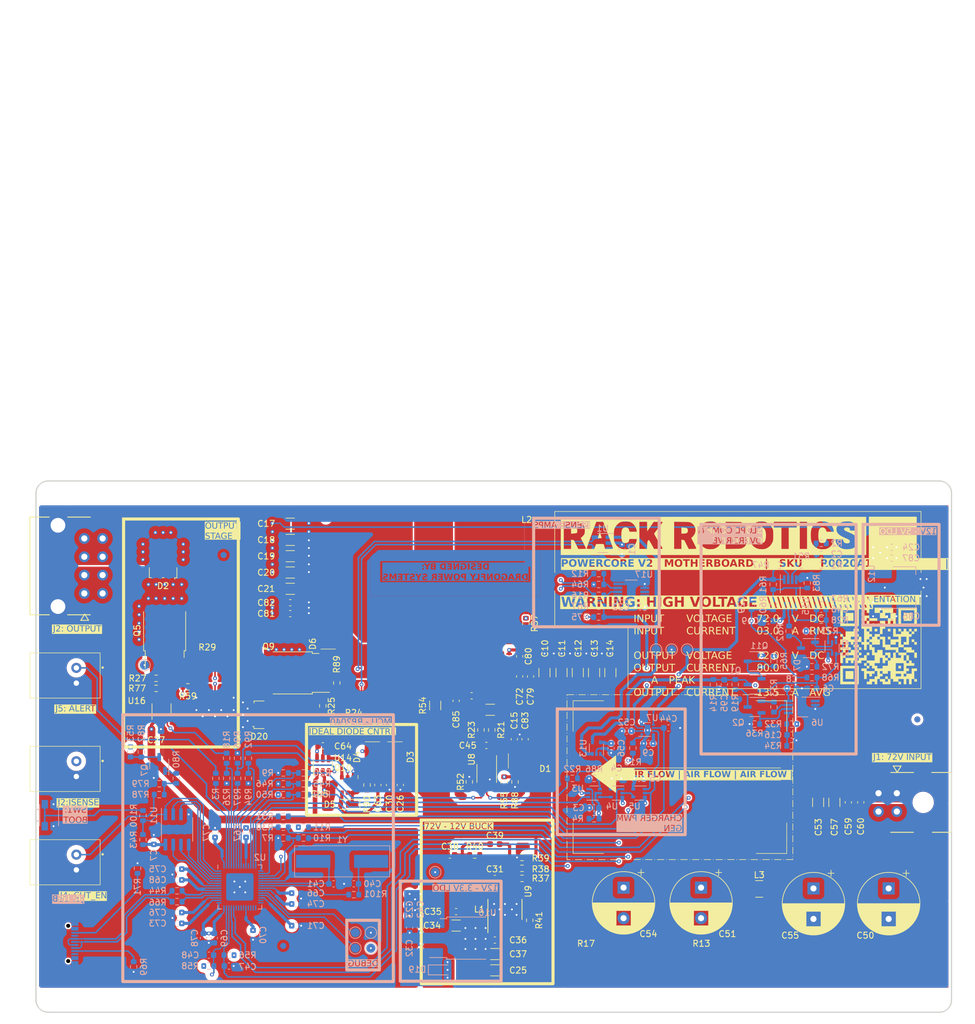
<source format=kicad_pcb>
(kicad_pcb (version 20221018) (generator pcbnew)

  (general
    (thickness 1.64)
  )

  (paper "A3")
  (title_block
    (title "PC-02 EDM PULSE GENERATOR")
    (company "DRAGONFLY POWER SYSTEMS")
  )

  (layers
    (0 "F.Cu" signal)
    (1 "In1.Cu" power)
    (2 "In2.Cu" signal)
    (3 "In3.Cu" signal)
    (4 "In4.Cu" power)
    (31 "B.Cu" signal)
    (32 "B.Adhes" user "B.Adhesive")
    (33 "F.Adhes" user "F.Adhesive")
    (34 "B.Paste" user)
    (35 "F.Paste" user)
    (36 "B.SilkS" user "B.Silkscreen")
    (37 "F.SilkS" user "F.Silkscreen")
    (38 "B.Mask" user)
    (39 "F.Mask" user)
    (40 "Dwgs.User" user "User.Drawings")
    (41 "Cmts.User" user "User.Comments")
    (42 "Eco1.User" user "User.Eco1")
    (43 "Eco2.User" user "User.Eco2")
    (44 "Edge.Cuts" user)
    (45 "Margin" user)
    (46 "B.CrtYd" user "B.Courtyard")
    (47 "F.CrtYd" user "F.Courtyard")
    (48 "B.Fab" user)
    (49 "F.Fab" user)
    (50 "User.1" user)
    (51 "User.2" user)
    (52 "User.3" user)
    (53 "User.4" user)
    (54 "User.5" user)
    (55 "User.6" user)
    (56 "User.7" user)
    (57 "User.8" user)
    (58 "User.9" user)
  )

  (setup
    (stackup
      (layer "F.SilkS" (type "Top Silk Screen") (color "White"))
      (layer "F.Paste" (type "Top Solder Paste"))
      (layer "F.Mask" (type "Top Solder Mask") (color "#000000CC") (thickness 0.01))
      (layer "F.Cu" (type "copper") (thickness 0.07))
      (layer "dielectric 1" (type "prepreg") (thickness 0.18) (material "FR4") (epsilon_r 4.29) (loss_tangent 0.02))
      (layer "In1.Cu" (type "copper") (thickness 0.035))
      (layer "dielectric 2" (type "core") (thickness 0.4) (material "FR4") (epsilon_r 4.29) (loss_tangent 0.02))
      (layer "In2.Cu" (type "copper") (thickness 0.035))
      (layer "dielectric 3" (type "prepreg") (thickness 0.18) (material "FR4") (epsilon_r 4.29) (loss_tangent 0.02))
      (layer "In3.Cu" (type "copper") (thickness 0.035))
      (layer "dielectric 4" (type "core") (thickness 0.4) (material "FR4") (epsilon_r 4.29) (loss_tangent 0.02))
      (layer "In4.Cu" (type "copper") (thickness 0.035))
      (layer "dielectric 5" (type "prepreg") (thickness 0.18) (material "FR4") (epsilon_r 4.29) (loss_tangent 0.02))
      (layer "B.Cu" (type "copper") (thickness 0.07))
      (layer "B.Mask" (type "Bottom Solder Mask") (color "#000000CC") (thickness 0.01))
      (layer "B.Paste" (type "Bottom Solder Paste"))
      (layer "B.SilkS" (type "Bottom Silk Screen") (color "White"))
      (copper_finish "ENIG")
      (dielectric_constraints no)
    )
    (pad_to_mask_clearance 0.0508)
    (solder_mask_min_width 0.0762)
    (aux_axis_origin 126.999998 193.999998)
    (pcbplotparams
      (layerselection 0x00010fc_ffffffff)
      (plot_on_all_layers_selection 0x0000000_00000000)
      (disableapertmacros false)
      (usegerberextensions true)
      (usegerberattributes false)
      (usegerberadvancedattributes false)
      (creategerberjobfile false)
      (dashed_line_dash_ratio 12.000000)
      (dashed_line_gap_ratio 3.000000)
      (svgprecision 4)
      (plotframeref false)
      (viasonmask false)
      (mode 1)
      (useauxorigin true)
      (hpglpennumber 1)
      (hpglpenspeed 20)
      (hpglpendiameter 15.000000)
      (dxfpolygonmode true)
      (dxfimperialunits true)
      (dxfusepcbnewfont true)
      (psnegative false)
      (psa4output false)
      (plotreference true)
      (plotvalue false)
      (plotinvisibletext false)
      (sketchpadsonfab false)
      (subtractmaskfromsilk true)
      (outputformat 1)
      (mirror false)
      (drillshape 0)
      (scaleselection 1)
      (outputdirectory "Gerbers/")
    )
  )

  (net 0 "")
  (net 1 "+3V3")
  (net 2 "GND")
  (net 3 "/CONTROLS/V_SENSE_FILTERED")
  (net 4 "/CONTROLS/V_SLOPE")
  (net 5 "VBUS")
  (net 6 "+12V")
  (net 7 "/CHARGER_POWER_STAGE/CHARGER_TEMP")
  (net 8 "/CONTROLS/CURRENT_TRIP")
  (net 9 "Net-(R49-Pad2)")
  (net 10 "/CONTROLS/OUTPUT_ISENSE_MICRO")
  (net 11 "Net-(Q10A-G)")
  (net 12 "Net-(U4-Pad2)")
  (net 13 "Net-(U8-IN)")
  (net 14 "+1V1")
  (net 15 "/MICRO/OUTPUT_STAGE_TEMP")
  (net 16 "/CHARGER_POWER_STAGE/VCAP")
  (net 17 "Net-(D7-A{slash}K)")
  (net 18 "/CONTROLS/CC_I_LIMIT")
  (net 19 "Net-(U9-BST)")
  (net 20 "Net-(U9-SW)")
  (net 21 "Net-(C38-Pad1)")
  (net 22 "Net-(U9-FB)")
  (net 23 "Net-(C40-Pad1)")
  (net 24 "/MICRO/XIN")
  (net 25 "/CONTROLS/V_CAP_SET")
  (net 26 "/CHARGER_POWER_STAGE/VSW")
  (net 27 "/CONTROLS/SLOPE_GENERATION/I_LIMIT_ADJUSTED")
  (net 28 "+5V")
  (net 29 "VDC")
  (net 30 "Net-(U7A--)")
  (net 31 "Net-(D3-K)")
  (net 32 "Net-(D5-A)")
  (net 33 "/CHARGER_POWER_STAGE/VHB_DIODE")
  (net 34 "/CHARGER_POWER_STAGE/VS_DIODE")
  (net 35 "Net-(Q3-G)")
  (net 36 "Net-(C84-Pad1)")
  (net 37 "Net-(C85-Pad2)")
  (net 38 "Net-(D1-K)")
  (net 39 "/CONNECTORS/ELECTRODE_-")
  (net 40 "Net-(D5-K)")
  (net 41 "/CONNECTORS/OUTPUT_ISENSE")
  (net 42 "/CONNECTORS/CUT_EN")
  (net 43 "/CONNECTORS/SHORT_ALERT")
  (net 44 "unconnected-(J6-VBUS-PadA4)")
  (net 45 "/CONNECTORS/USB_D_N")
  (net 46 "/CONNECTORS/USB_D_P")
  (net 47 "Net-(J6-CC1)")
  (net 48 "Net-(L2-Pad1)")
  (net 49 "/CONTROLS/OUTPUT_SHUNT_+")
  (net 50 "unconnected-(J6-SBU1-PadA8)")
  (net 51 "/CHARGER_POWER_STAGE/V_SHUNT_+")
  (net 52 "/CHARGER_POWER_STAGE/V_SHUNT_-")
  (net 53 "Net-(Q1-G)")
  (net 54 "Net-(Q2-G)")
  (net 55 "Net-(Q2-S)")
  (net 56 "Net-(Q2-D)")
  (net 57 "Net-(U16-IN)")
  (net 58 "Net-(U16-HO)")
  (net 59 "Net-(Q5-G)")
  (net 60 "Net-(Q7-G)")
  (net 61 "Net-(Q7-D)")
  (net 62 "/CHARGER_POWER_STAGE/VGH")
  (net 63 "Net-(Q9-G)")
  (net 64 "Net-(Q11-G)")
  (net 65 "Net-(U13-+)")
  (net 66 "Net-(U3-D)")
  (net 67 "Net-(U3-~{CLR})")
  (net 68 "/CONTROLS/CC_SLOPE_BLANKING")
  (net 69 "Net-(U6B-+)")
  (net 70 "/CHARGER_POWER_STAGE/CC_CHARGER_EN")
  (net 71 "/CONTROLS/SPARK_THRESHOLD_PWM")
  (net 72 "/MICRO/P_USB_P")
  (net 73 "unconnected-(J6-VBUS-PadA9)")
  (net 74 "/CONTROLS/OUTPUT_CURRENT_TRIP")
  (net 75 "Net-(R15-Pad2)")
  (net 76 "/MICRO/P_USB_N")
  (net 77 "unconnected-(J6-VBUS-PadB4)")
  (net 78 "Net-(J6-CC2)")
  (net 79 "Net-(U8-EN)")
  (net 80 "Net-(U8-HO)")
  (net 81 "/CHARGER_POWER_STAGE/CC_CHARGER_HI")
  (net 82 "/CHARGER_POWER_STAGE/VG_DIODE")
  (net 83 "/MICRO/OUTPUT_EN")
  (net 84 "/CONTROLS/CC_I_LIMIT_PWM")
  (net 85 "/CONTROLS/V_CAP_SET_PWM")
  (net 86 "Net-(R33-Pad1)")
  (net 87 "Net-(R38-Pad2)")
  (net 88 "Net-(U9-RT)")
  (net 89 "/MICRO/QSPI_SS")
  (net 90 "/CONTROLS/CC_CLK")
  (net 91 "Net-(U3-C)")
  (net 92 "Net-(U15A--)")
  (net 93 "unconnected-(J6-SBU2-PadB8)")
  (net 94 "/CONTROLS/VSENSE_TRIP")
  (net 95 "unconnected-(U6-Pad1)")
  (net 96 "/CONTROLS/CC_PWM_nEN")
  (net 97 "Net-(U15A-+)")
  (net 98 "Net-(U8-RDT)")
  (net 99 "Net-(U8-LO)")
  (net 100 "Net-(U15B-+)")
  (net 101 "Net-(U15B--)")
  (net 102 "Net-(R78-Pad2)")
  (net 103 "/MICRO/CUT_nEN")
  (net 104 "/CHARGER_POWER_STAGE/DIODE_ON")
  (net 105 "Net-(U14-IN)")
  (net 106 "/CHARGER_POWER_STAGE/GATE_BIAS_CLK")
  (net 107 "Net-(R100-Pad2)")
  (net 108 "/MICRO/XOUT")
  (net 109 "/CONNECTORS/SWCLK")
  (net 110 "/CONNECTORS/SWDIO")
  (net 111 "unconnected-(U2-GPIO23-Pad35)")
  (net 112 "unconnected-(U2-GPIO24-Pad36)")
  (net 113 "unconnected-(U2-GPIO16-Pad27)")
  (net 114 "unconnected-(U2-GPIO17-Pad28)")
  (net 115 "unconnected-(U2-GPIO18-Pad29)")
  (net 116 "unconnected-(U2-GPIO19-Pad30)")
  (net 117 "unconnected-(U2-GPIO20-Pad31)")
  (net 118 "unconnected-(U2-GPIO21-Pad32)")
  (net 119 "unconnected-(U2-GPIO22-Pad34)")
  (net 120 "unconnected-(U2-GPIO25-Pad37)")
  (net 121 "Net-(U11-~{RST}(IO3))")
  (net 122 "Net-(U11-CLK)")
  (net 123 "Net-(U11-DI(IO0))")
  (net 124 "Net-(U11-~{WP}(IO2))")
  (net 125 "Net-(U11-DO(IO1))")
  (net 126 "unconnected-(U8-NC-Pad5)")
  (net 127 "unconnected-(U9-PGOOD-Pad6)")
  (net 128 "unconnected-(J6-VBUS-PadB9)")
  (net 129 "Net-(U17A-+)")
  (net 130 "Net-(U17A--)")
  (net 131 "/CONTROLS/VSENSE_BUFFERED")
  (net 132 "Net-(C51-Pad2)")
  (net 133 "Net-(R62-Pad1)")
  (net 134 "Net-(D7-A)")
  (net 135 "Net-(D7-K)")
  (net 136 "unconnected-(U17-Pad7)")
  (net 137 "Net-(J5-Pad1)")
  (net 138 "Net-(Q5-S)")
  (net 139 "/CONTROLS/OUTPUT_SHUNT_-")
  (net 140 "Net-(D19-K)")
  (net 141 "unconnected-(U2-GPIO7-Pad9)")
  (net 142 "unconnected-(U2-GPIO8-Pad11)")

  (footprint "NET_TIES:NET_TIE_SMD_10mil" (layer "F.Cu") (at 180.339998 137.269 90))

  (footprint "SMD_INDUCTORS:PQ2617BHA" (layer "F.Cu") (at 192.150998 123.514998))

  (footprint "CONNECTORS:0430450822" (layer "F.Cu") (at 130.599998 120.914999 -90))

  (footprint "SMD_INDUCTORS:VLS6045EX" (layer "F.Cu") (at 196.849998 172.823998 180))

  (footprint "Capacitor_SMD:C_0603_1608Metric" (layer "F.Cu") (at 183.015998 156.788998 -90))

  (footprint "Capacitor_SMD:C_0603_1608Metric" (layer "F.Cu") (at 194.817998 168.251998 180))

  (footprint (layer "F.Cu") (at 174.498 113.157))

  (footprint "CONNECTORS:S2B-XH-A-1" (layer "F.Cu") (at 133.61432 154.149998 90))

  (footprint "Capacitor_SMD:C_0603_1608Metric" (layer "F.Cu") (at 200.786998 150.311998 180))

  (footprint "Capacitor_SMD:C_0603_1608Metric" (layer "F.Cu") (at 262.128 159.639 90))

  (footprint "Capacitor_SMD:C_0603_1608Metric" (layer "F.Cu") (at 173.998998 150.375498))

  (footprint "Resistor_SMD:R_1206_3216Metric" (layer "F.Cu") (at 201.421998 144.469998 180))

  (footprint "Capacitor_SMD:C_1206_3216Metric" (layer "F.Cu") (at 221.106998 138.373998 90))

  (footprint "DFN_QFN:INFINEON_TSDSON-8-25" (layer "F.Cu") (at 203.072998 140.151998 -90))

  (footprint "Capacitor_SMD:C_0603_1608Metric" (layer "F.Cu") (at 146.697998 147.644998))

  (footprint "NET_TIES:NET_TIE_SMD_10mil" (layer "F.Cu") (at 156.336998 137.777 90))

  (footprint "Resistor_SMD:R_0603_1608Metric" (layer "F.Cu") (at 206.629 172.085 180))

  (footprint "Capacitor_SMD:C_0603_1608Metric" (layer "F.Cu") (at 173.490998 156.725498))

  (footprint "Resistor_SMD:R_0603_1608Metric" (layer "F.Cu") (at 199.897998 147.771998 -90))

  (footprint "Resistor_SMD:R_0603_1608Metric" (layer "F.Cu") (at 176.276 140.081 90))

  (footprint "Capacitor_SMD:C_1206_3216Metric" (layer "F.Cu") (at 255.143 159.639 90))

  (footprint "Resistor_SMD:R_0603_1608Metric" (layer "F.Cu") (at 203.707998 156.280998 90))

  (footprint "MountingHole:MountingHole_2.1mm" (layer "F.Cu") (at 202 191.897))

  (footprint "Package_TO_SOT_SMD:TO-277A" (layer "F.Cu") (at 147.827998 119.689998 180))

  (footprint "Resistor_SMD:R_0603_1608Metric" (layer "F.Cu") (at 181.237998 156.788998 -90))

  (footprint "Powercore-V2.0_Artwork:PC-02_P-02_artwork_zone_1_and_2_[24.01.06]" (layer "F.Cu")
    (tstamp 37409382-124f-4f38-8e57-82a2de416ef6)
    (at 212 112)
    (attr smd)
    (fp_text reference "REF**" (at 43 -2 unlocked) (layer "F.SilkS") hide
        (effects (font (size 1 1) (thickness 0.1)))
      (tstamp 1a274121-84f4-4ce6-9c8c-84914715bde2)
    )
    (fp_text value "PC-02_P-02_artwork_zone_1,2_[24.01.06]" (at 17 -2 unlocked) (layer "F.Fab")
        (effects (font (size 1 1) (thickness 0.15)))
      (tstamp 9e654f5c-4c7b-4a16-8bd8-fed83454afef)
    )
    (fp_text user "WARNING: HIGH VOLTAGE  \\\\\\\\\\\\\\\\\\\\\\\\\\\\\\\\\\\\\\\\\\" (at 1 14 unlocked) (layer "F.SilkS" knockout)
        (effects (font (face "Bahnschrift") (size 1.6 1.6) (thickness 0.2) bold) (justify left top))
      (tstamp 17b38125-56d3-4987-a95b-64726c255279)
      (render_cache "WARNING: HIGH VOLTAGE  \\\\\\\\\\\\\\\\\\\\\\\\\\\\\\\\\\\\\\\\\\" 0
        (polygon
          (pts
            (xy 213.545931 127.256496)            (xy 213.871849 126.009881)            (xy 214.025038 126.009881)            (xy 214.350956 127.256496)
            (xy 214.631933 126.009881)            (xy 214.86367 126.009881)            (xy 214.475617 127.6)            (xy 214.247787 127.6)
            (xy 213.954696 126.488597)            (xy 213.648709 127.6)            (xy 213.42127 127.6)            (xy 213.032826 126.009881)
            (xy 213.264563 126.009881)
          )
        )
        (polygon
          (pts
            (xy 214.841395 127.6)            (xy 215.427578 126.009881)            (xy 215.617892 126.009881)            (xy 216.204075 127.6)
            (xy 215.96374 127.6)            (xy 215.52293 126.317041)            (xy 215.082121 127.6)
          )
        )
        (polygon
          (pts
            (xy 215.11143 127.251025)            (xy 215.11143 127.038827)            (xy 215.948108 127.038827)            (xy 215.948108 127.251025)
          )
        )
        (polygon
          (pts
            (xy 216.540935 126.927452)            (xy 216.540935 126.715254)            (xy 217.083349 126.715254)            (xy 217.101257 126.71466)
            (xy 217.118493 126.712877)            (xy 217.135055 126.709906)            (xy 217.150943 126.705747)            (xy 217.166159 126.700399)
            (xy 217.180701 126.693863)            (xy 217.19457 126.686139)            (xy 217.207766 126.677226)            (xy 217.220289 126.667124)
            (xy 217.232139 126.655835)            (xy 217.239665 126.647648)            (xy 217.25021 126.634514)            (xy 217.259718 126.62061)
            (xy 217.268189 126.605937)            (xy 217.275623 126.590495)            (xy 217.28202 126.574283)            (xy 217.287379 126.557302)
            (xy 217.291701 126.539552)            (xy 217.294986 126.521032)            (xy 217.297233 126.501743)            (xy 217.298443 126.481685)
            (xy 217.298674 126.467885)            (xy 217.298155 126.447387)            (xy 217.296599 126.427658)            (xy 217.294006 126.408699)
            (xy 217.290375 126.390509)            (xy 217.285708 126.373088)            (xy 217.280003 126.356437)            (xy 217.273261 126.340555)
            (xy 217.265481 126.325443)            (xy 217.256664 126.311099)            (xy 217.24681 126.297526)            (xy 217.239665 126.288904)
            (xy 217.228264 126.276752)            (xy 217.21619 126.265795)            (xy 217.203443 126.256034)            (xy 217.190022 126.247468)
            (xy 217.175929 126.240097)            (xy 217.161162 126.233922)            (xy 217.145722 126.228942)            (xy 217.129609 126.225157)
            (xy 217.112822 126.222567)            (xy 217.095363 126.221172)            (xy 217.083349 126.220907)            (xy 216.540935 126.220907)
            (xy 216.540935 126.008709)            (xy 217.074752 126.008709)            (xy 217.091957 126.008933)            (xy 217.108891 126.009606)
            (xy 217.125553 126.010728)            (xy 217.141943 126.012299)            (xy 217.158061 126.014318)            (xy 217.173908 126.016787)
            (xy 217.189483 126.019704)            (xy 217.204787 126.02307)            (xy 217.227232 126.02896)            (xy 217.249066 126.035861)
            (xy 217.270289 126.043771)            (xy 217.290901 126.052691)            (xy 217.310901 126.06262)            (xy 217.317431 126.066154)
            (xy 217.336513 126.077324)            (xy 217.354778 126.08929)            (xy 217.372225 126.102054)            (xy 217.388854 126.115614)
            (xy 217.404666 126.12997)            (xy 217.419661 126.145124)            (xy 217.433838 126.161075)            (xy 217.447198 126.177822)
            (xy 217.45974 126.195367)            (xy 217.471465 126.213708)            (xy 217.478827 126.226378)            (xy 217.489093 126.245964)
            (xy 217.49835 126.266183)            (xy 217.506596 126.287034)            (xy 217.513833 126.308517)            (xy 217.52006 126.330631)
            (xy 217.525278 126.353378)            (xy 217.528195 126.368893)            (xy 217.530663 126.38469)            (xy 217.532683 126.400767)
            (xy 217.534253 126.417125)            (xy 217.535375 126.433764)            (xy 217.536049 126.450684)            (xy 217.536273 126.467885)
            (xy 217.536046 126.484994)            (xy 217.535363 126.501835)            (xy 217.534226 126.518407)            (xy 217.532634 126.53471)
            (xy 217.530587 126.550744)            (xy 217.528085 126.56651)            (xy 217.525128 126.582008)            (xy 217.51984 126.60475)
            (xy 217.513528 126.626887)            (xy 217.506193 126.64842)            (xy 217.497834 126.669349)            (xy 217.488451 126.689673)
            (xy 217.478046 126.709392)            (xy 217.466799 126.728335)            (xy 217.454749 126.746473)            (xy 217.441896 126.763808)
            (xy 217.428238 126.780339)            (xy 217.413777 126.796066)            (xy 217.398512 126.81099)            (xy 217.382444 126.82511)
            (xy 217.365572 126.838426)            (xy 217.347896 126.850938)            (xy 217.329416 126.862647)            (xy 217.31665 126.870006)
            (xy 217.296993 126.880273)            (xy 217.276712 126.889529)            (xy 217.255805 126.897776)            (xy 217.234273 126.905013)
            (xy 217.212116 126.91124)            (xy 217.189334 126.916457)            (xy 217.173798 126.919374)            (xy 217.157985 126.921842)
            (xy 217.141894 126.923862)            (xy 217.125525 126.925433)            (xy 217.108879 126.926555)            (xy 217.091954 126.927228)
            (xy 217.074752 126.927452)
          )
        )
        (polygon
          (pts
            (xy 216.443628 127.6)            (xy 216.443628 126.008709)            (xy 216.666769 126.008709)            (xy 216.666769 127.6)
          )
        )
        (polygon
          (pts
            (xy 217.338143 127.6)            (xy 216.973928 126.878213)            (xy 217.195896 126.827801)            (xy 217.603098 127.6)
          )
        )
        (polygon
          (pts
            (xy 217.903614 127.598827)            (xy 217.903614 126.009881)            (xy 218.106043 126.009881)            (xy 218.883712 127.238911)
            (xy 218.857138 127.267438)            (xy 218.857138 126.009881)            (xy 219.078325 126.009881)            (xy 219.078325 127.598827)
            (xy 218.873551 127.598827)            (xy 218.098227 126.388164)            (xy 218.12441 126.359637)            (xy 218.12441 127.598827)
          )
        )
        (polygon
          (pts
            (xy 219.694598 126.009881)            (xy 219.694598 127.6)            (xy 219.471458 127.6)            (xy 219.471458 126.009881)
          )
        )
        (polygon
          (pts
            (xy 220.087341 127.598827)            (xy 220.087341 126.009881)            (xy 220.289769 126.009881)            (xy 221.067438 127.238911)
            (xy 221.040865 127.267438)            (xy 221.040865 126.009881)            (xy 221.262051 126.009881)            (xy 221.262051 127.598827)
            (xy 221.057278 127.598827)            (xy 220.281953 126.388164)            (xy 220.308136 126.359637)            (xy 220.308136 127.598827)
          )
        )
        (polygon
          (pts
            (xy 222.190956 126.743782)            (xy 222.742358 126.743782)            (xy 222.742358 127.021242)            (xy 222.742086 127.043486)
            (xy 222.741271 127.065376)            (xy 222.739913 127.086912)            (xy 222.738011 127.108094)            (xy 222.735565 127.128922)
            (xy 222.732576 127.149396)            (xy 222.729044 127.169515)            (xy 222.724968 127.189281)            (xy 222.720349 127.208692)
            (xy 222.715186 127.227749)            (xy 222.70948 127.246452)            (xy 222.70323 127.264801)            (xy 222.696437 127.282795)
            (xy 222.689101 127.300436)            (xy 222.681221 127.317722)            (xy 222.672798 127.334654)            (xy 222.663888 127.351174)
            (xy 222.654547 127.367224)            (xy 222.644776 127.382803)            (xy 222.634574 127.397913)            (xy 222.623942 127.412552)
            (xy 222.612879 127.426721)            (xy 222.601386 127.44042)            (xy 222.589462 127.453649)            (xy 222.577108 127.466408)
            (xy 222.564323 127.478696)            (xy 222.551108 127.490515)            (xy 222.537463 127.501863)            (xy 222.523387 127.512741)
            (xy 222.50888 127.523148)            (xy 222.493943 127.533086)            (xy 222.478576 127.542554)            (xy 222.462822 127.551497)
            (xy 222.446727 127.559864)            (xy 222.430289 127.567654)            (xy 222.41351 127.574867)            (xy 222.396388 127.581503)
            (xy 222.378925 127.587561)            (xy 222.36112 127.593043)            (xy 222.342972 127.597948)            (xy 222.324483 127.602276)
            (xy 222.305652 127.606026)            (xy 222.286479 127.6092)            (xy 222.266964 127.611796)            (xy 222.247107 127.613816)
            (xy 222.226908 127.615259)            (xy 222.206367 127.616124)            (xy 222.185484 127.616413)            (xy 222.164451 127.616142)
            (xy 222.14375 127.615332)            (xy 222.123381 127.613981)            (xy 222.103346 127.61209)            (xy 222.083643 127.609658)
            (xy 222.064273 127.606686)            (xy 222.045236 127.603173)            (xy 222.026531 127.59912)            (xy 222.00816 127.594527)
            (xy 221.990121 127.589393)            (xy 221.972415 127.583719)            (xy 221.955041 127.577505)            (xy 221.938001 127.57075)
            (xy 221.921293 127.563455)            (xy 221.904918 127.555619)            (xy 221.888876 127.547243)            (xy 221.87327 127.538327)
            (xy 221.858107 127.528968)            (xy 221.843387 127.519166)            (xy 221.82911 127.508921)            (xy 221.815275 127.498234)
            (xy 221.801883 127.487104)            (xy 221.788933 127.475532)            (xy 221.776427 127.463517)            (xy 221.764363 127.451059)
            (xy 221.752741 127.438158)            (xy 221.741562 127.424815)            (xy 221.730826 127.411029)            (xy 221.720533 127.3968)
            (xy 221.710683 127.382129)            (xy 221.701275 127.367015)            (xy 221.692309 127.351458)            (xy 221.683839 127.335468)
            (xy 221.675915 127.319151)            (xy 221.668537 127.302507)            (xy 221.661706 127.285537)            (xy 221.655421 127.26824)
            (xy 221.649683 127.250616)            (xy 221.644491 127.232666)            (xy 221.639846 127.214389)            (xy 221.635747 127.195785)
            (xy 221.632195 127.176855)            (xy 221.629189 127.157598)            (xy 221.62673 127.138014)            (xy 221.624817 127.118104)
            (xy 221.623451 127.097867)            (xy 221.622631 127.077303)            (xy 221.622358 127.056413)            (xy 221.622358 126.587076)
            (xy 221.622628 126.564834)            (xy 221.623439 126.542953)            (xy 221.62479 126.521432)            (xy 221.626681 126.500272)
            (xy 221.629113 126.479471)            (xy 221.632085 126.459031)            (xy 221.635598 126.438951)            (xy 221.639651 126.419232)
            (xy 221.644244 126.399873)            (xy 221.649378 126.380874)            (xy 221.655052 126.362235)            (xy 221.661266 126.343956)
            (xy 221.668021 126.326038)            (xy 221.675316 126.30848)            (xy 221.683152 126.291282)            (xy 221.691528 126.274445)
            (xy 221.700438 126.257974)            (xy 221.709779 126.241973)            (xy 221.71955 126.226442)            (xy 221.729752 126.211381)
            (xy 221.740384 126.196791)            (xy 221.751447 126.18267)            (xy 221.76294 126.16902)            (xy 221.774863 126.15584)
            (xy 221.787218 126.143131)            (xy 221.800002 126.130891)            (xy 221.813217 126.119122)            (xy 221.826863 126.107822)
            (xy 221.840939 126.096993)            (xy 221.855445 126.086634)            (xy 221.870382 126.076745)            (xy 221.88575 126.067327)
            (xy 221.901503 126.058383)            (xy 221.917599 126.050016)            (xy 221.934036 126.042226)            (xy 221.950816 126.035013)
            (xy 221.967937 126.028378)            (xy 221.985401 126.022319)            (xy 222.003206 126.016837)            (xy 222.021353 126.011933)
            (xy 222.039842 126.007605)            (xy 222.058674 126.003854)            (xy 222.077847 126.000681)            (xy 222.097362 125.998084)
            (xy 222.117219 125.996064)            (xy 222.137418 125.994622)            (xy 222.157958 125.993756)            (xy 222.178841 125.993468)
            (xy 222.196133 125.993698)            (xy 222.21323 125.99439)            (xy 222.230132 125.995542)            (xy 222.246838 125.997156)
            (xy 222.263349 125.99923)            (xy 222.279665 126.001766)            (xy 222.295785 126.004762)            (xy 222.311709 126.00822)
            (xy 222.327438 126.012139)            (xy 222.342972 126.016518)            (xy 222.358311 126.021359)            (xy 222.373454 126.02666)
            (xy 222.388401 126.032423)            (xy 222.403154 126.038647)            (xy 222.417711 126.045331)            (xy 222.432072 126.052477)
            (xy 222.44624 126.060038)            (xy 222.460117 126.067968)            (xy 222.473705 126.076268)            (xy 222.487002 126.084937)
            (xy 222.50001 126.093975)            (xy 222.512727 126.103383)            (xy 222.525155 126.11316)            (xy 222.537292 126.123307)
            (xy 222.549139 126.133823)            (xy 222.560696 126.144709)            (xy 222.571964 126.155964)            (xy 222.582941 126.167588)
            (xy 222.593628 126.179582)            (xy 222.604025 126.191946)            (xy 222.614132 126.204678)            (xy 222.623949 126.21778)
            (xy 222.633473 126.23116)            (xy 222.642603 126.244824)            (xy 222.65134 126.258772)            (xy 222.659682 126.273004)
            (xy 222.667631 126.287519)            (xy 222.675185 126.302319)            (xy 222.682346 126.317402)            (xy 222.689113 126.33277)
            (xy 222.695486 126.348421)            (xy 222.701466 126.364357)            (xy 222.707051 126.380576)            (xy 222.712243 126.397079)
            (xy 222.717041 126.413866)            (xy 222.721445 126.430937)            (xy 222.725455 126.448292)            (xy 222.729071 126.465931)
            (xy 222.487564 126.465931)            (xy 222.483479 126.450674)            (xy 222.476504 126.42864)            (xy 222.468513 126.40763)
            (xy 222.459505 126.387644)            (xy 222.44948 126.368681)            (xy 222.438439 126.350742)            (xy 222.426381 126.333826)
            (xy 222.413307 126.317934)            (xy 222.399215 126.303065)            (xy 222.384107 126.28922)            (xy 222.367983 126.276399)
            (xy 222.351313 126.264666)            (xy 222.334424 126.254087)            (xy 222.317315 126.244662)            (xy 222.299986 126.236392)
            (xy 222.282437 126.229275)            (xy 222.264668 126.223312)            (xy 222.24668 126.218504)            (xy 222.228471 126.214849)
            (xy 222.210043 126.212349)            (xy 222.191395 126.211003)            (xy 222.178841 126.210746)            (xy 222.160508 126.211151)
            (xy 222.142632 126.212364)            (xy 222.125215 126.214387)            (xy 222.108255 126.217219)            (xy 222.091753 126.220859)
            (xy 222.07571 126.225309)            (xy 222.060124 126.230568)            (xy 222.044996 126.236636)            (xy 222.030326 126.243513)
            (xy 222.016114 126.251199)            (xy 222.00236 126.259694)            (xy 221.989064 126.268998)            (xy 221.976226 126.279111)
            (xy 221.963846 126.290034)            (xy 221.951924 126.301765)            (xy 221.94046 126.314305)            (xy 221.929623 126.327461)
            (xy 221.919486 126.341135)            (xy 221.910047 126.355329)            (xy 221.901308 126.370041)            (xy 221.893268 126.385273)
            (xy 221.885927 126.401024)            (xy 221.879285 126.417293)            (xy 221.873342 126.434082)            (xy 221.868099 126.45139)
            (xy 221.863554 126.469216)            (xy 221.859709 126.487562)            (xy 221.856563 126.506427)            (xy 221.854116 126.52581)
            (xy 221.852368 126.545713)            (xy 221.851319 126.566135)            (xy 221.850969 126.587076)            (xy 221.850969 127.056413)
            (xy 221.851328 127.075566)            (xy 221.852404 127.09424)            (xy 221.854198 127.112434)            (xy 221.856709 127.13015)
            (xy 221.859938 127.147385)            (xy 221.863884 127.164142)            (xy 221.868547 127.180419)            (xy 221.873928 127.196217)
            (xy 221.880027 127.211536)            (xy 221.886843 127.226375)            (xy 221.894376 127.240735)            (xy 221.902627 127.254616)
            (xy 221.911595 127.268017)            (xy 221.921281 127.280939)            (xy 221.931684 127.293382)            (xy 221.942805 127.305345)
            (xy 221.954515 127.316655)            (xy 221.966686 127.327235)            (xy 221.979318 127.337086)            (xy 221.992411 127.346207)
            (xy 222.005964 127.354598)            (xy 222.019979 127.36226)            (xy 222.034455 127.369192)            (xy 222.049392 127.375394)
            (xy 222.06479 127.380866)            (xy 222.080649 127.385609)            (xy 222.096969 127.389622)            (xy 222.11375 127.392906)
            (xy 222.130992 127.39546)            (xy 222.148695 127.397284)            (xy 222.166859 127.398379)            (xy 222.185484 127.398743)
            (xy 222.203864 127.398359)            (xy 222.221779 127.397205)            (xy 222.23923 127.395281)            (xy 222.256217 127.392588)
            (xy 222.27274 127.389126)            (xy 222.288799 127.384895)            (xy 222.304394 127.379894)            (xy 222.319525 127.374124)
            (xy 222.334192 127.367584)            (xy 222.348394 127.360275)            (xy 222.362133 127.352197)            (xy 222.375408 127.343349)
            (xy 222.388218 127.333732)            (xy 222.400565 127.323346)            (xy 222.412447 127.31219)            (xy 222.423866 127.300265)
            (xy 222.43475 127.287653)            (xy 222.444931 127.274436)            (xy 222.454411 127.260615)            (xy 222.463189 127.246189)
            (xy 222.471264 127.231159)            (xy 222.478637 127.215525)            (xy 222.485308 127.199286)            (xy 222.491277 127.182442)
            (xy 222.496543 127.164994)            (xy 222.501107 127.146941)            (xy 222.504969 127.128284)            (xy 222.508129 127.109023)
            (xy 222.510587 127.089156)            (xy 222.512342 127.068686)            (xy 222.513396 127.047611)            (xy 222.513747 127.025931)
            (xy 222.513747 126.956762)            (xy 222.190956 126.956762)
          )
        )
        (polygon
          (pts
            (xy 222.976831 127.6)            (xy 222.976831 127.365917)            (xy 223.210914 127.365917)            (xy 223.210914 127.6)
          )
        )
        (polygon
          (pts
            (xy 222.976831 126.699623)            (xy 222.976831 126.46554)            (xy 223.210914 126.46554)            (xy 223.210914 126.699623)
          )
        )
        (polygon
          (pts
            (xy 225.047229 127.6)            (xy 225.047229 126.009881)            (xy 225.270369 126.009881)            (xy 225.270369 127.6)
          )
        )
        (polygon
          (pts
            (xy 224.143726 127.6)            (xy 224.143726 126.009881)            (xy 224.366866 126.009881)            (xy 224.366866 127.6)
          )
        )
        (polygon
          (pts
            (xy 224.282456 126.923154)            (xy 224.282456 126.710956)            (xy 225.165247 126.710956)            (xy 225.165247 126.923154)
          )
        )
        (polygon
          (pts
            (xy 225.886252 126.009881)            (xy 225.886252 127.6)            (xy 225.663112 127.6)            (xy 225.663112 126.009881)
          )
        )
        (polygon
          (pts
            (xy 226.814766 126.743782)            (xy 227.366168 126.743782)            (xy 227.366168 127.021242)            (xy 227.365897 127.043486)
            (xy 227.365081 127.065376)            (xy 227.363723 127.086912)            (xy 227.361821 127.108094)            (xy 227.359375 127.128922)
            (xy 227.356386 127.149396)            (xy 227.352854 127.169515)            (xy 227.348778 127.189281)            (xy 227.344159 127.208692)
            (xy 227.338996 127.227749)            (xy 227.33329 127.246452)            (xy 227.327041 127.264801)            (xy 227.320248 127.282795)
            (xy 227.312911 127.300436)            (xy 227.305031 127.317722)            (xy 227.296608 127.334654)            (xy 227.287698 127.351174)
            (xy 227.278357 127.367224)            (xy 227.268586 127.382803)            (xy 227.258384 127.397913)            (xy 227.247752 127.412552)
            (xy 227.236689 127.426721)            (xy 227.225196 127.44042)            (xy 227.213272 127.453649)            (xy 227.200918 127.466408)
            (xy 227.188134 127.478696)            (xy 227.174919 127.490515)            (xy 227.161273 127.501863)            (xy 227.147197 127.512741)
            (xy 227.132691 127.523148)            (xy 227.117754 127.533086)            (xy 227.102386 127.542554)            (xy 227.086632 127.551497)
            (xy 227.070537 127.559864)            (xy 227.054099 127.567654)            (xy 227.03732 127.574867)            (xy 227.020198 127.581503)
            (xy 227.002735 127.587561)            (xy 226.98493 127.593043)            (xy 226.966782 127.597948)            (xy 226.948293 127.602276)
            (xy 226.929462 127.606026)            (xy 226.910289 127.6092)            (xy 226.890774 127.611796)            (xy 226.870917 127.613816)
            (xy 226.850718 127.615259)            (xy 226.830177 127.616124)            (xy 226.809295 127.616413)            (xy 226.788261 127.616142)
            (xy 226.76756 127.615332)            (xy 226.747191 127.613981)            (xy 226.727156 127.61209)            (xy 226.707453 127.609658)
            (xy 226.688083 127.606686)            (xy 226.669046 127.603173)            (xy 226.650341 127.59912)            (xy 226.63197 127.594527)
            (xy 226.613931 127.589393)            (xy 226.596225 127.583719)            (xy 226.578852 127.577505)            (xy 226.561811 127.57075)
            (xy 226.545103 127.563455)            (xy 226.528728 127.555619)            (xy 226.512686 127.547243)            (xy 226.497081 127.538327)
            (xy 226.481918 127.528968)            (xy 226.467197 127.519166)            (xy 226.45292 127.508921)            (xy 226.439085 127.498234)
            (xy 226.425693 127.487104)            (xy 226.412744 127.475532)            (xy 226.400237 127.463517)            (xy 226.388173 127.451059)
            (xy 226.376551 127.438158)            (xy 226.365373 127.424815)            (xy 226.354637 127.411029)            (xy 226.344343 127.3968)
            (xy 226.334493 127.382129)            (xy 226.325085 127.367015)            (xy 226.31612 127.351458)            (xy 226.307649 127.335468)
            (xy 226.299725 127.319151)            (xy 226.292347 127.302507)            (xy 226.285516 127.285537)            (xy 226.279231 127.26824)
            (xy 226.273493 127.250616)            (xy 226.268301 127.232666)            (xy 226.263656 127.214389)            (xy 226.259557 127.195785)
            (xy 226.256005 127.176855)            (xy 226.253 127.157598)            (xy 226.25054 127.138014)            (xy 226.248628 127.118104)
            (xy 226.247261 127.097867)            (xy 226.246442 127.077303)            (xy 226.246168 127.056413)            (xy 226.246168 126.587076)
            (xy 226.246439 126.564834)            (xy 226.247249 126.542953)            (xy 226.2486 126.521432)            (xy 226.250491 126.500272)
            (xy 226.252923 126.479471)            (xy 226.255895 126.459031)            (xy 226.259408 126.438951)            (xy 226.263461 126.419232)
            (xy 226.268054 126.399873)            (xy 226.273188 126.380874)            (xy 226.278862 126.362235)            (xy 226.285076 126.343956)
            (xy 226.291831 126.326038)            (xy 226.299126 126.30848)            (xy 226.306962 126.291282)            (xy 226.315338 126.274445)
            (xy 226.324248 126.257974)            (xy 226.333589 126.241973)            (xy 226.34336 126.226442)            (xy 226.353562 126.211381)
            (xy 226.364194 126.196791)            (xy 226.375257 126.18267)            (xy 226.38675 126.16902)            (xy 226.398674 126.15584)
            (xy 226.411028 126.143131)            (xy 226.423812 126.130891)            (xy 226.437027 126.119122)            (xy 226.450673 126.107822)
            (xy 226.464749 126.096993)            (xy 226.479255 126.086634)            (xy 226.494192 126.076745)            (xy 226.50956 126.067327)
            (xy 226.525314 126.058383)            (xy 226.541409 126.050016)            (xy 226.557847 126.042226)            (xy 226.574626 126.035013)
            (xy 226.591748 126.028378)            (xy 226.609211 126.022319)            (xy 226.627016 126.016837)            (xy 226.645163 126.011933)
            (xy 226.663653 126.007605)            (xy 226.682484 126.003854)            (xy 226.701657 126.000681)            (xy 226.721172 125.998084)
            (xy 226.741029 125.996064)            (xy 226.761228 125.994622)            (xy 226.781769 125.993756)            (xy 226.802651 125.993468)
            (xy 226.819944 125.993698)            (xy 226.837041 125.99439)            (xy 226.853942 125.995542)            (xy 226.870648 125.997156)
            (xy 226.887159 125.99923)            (xy 226.903475 126.001766)            (xy 226.919595 126.004762)            (xy 226.935519 126.00822)
            (xy 226.951249 126.012139)            (xy 226.966782 126.016518)            (xy 226.982121 126.021359)            (xy 226.997264 126.02666)
            (xy 227.012212 126.032423)            (xy 227.026964 126.038647)            (xy 227.041521 126.045331)            (xy 227.055882 126.052477)
            (xy 227.07005 126.060038)            (xy 227.083927 126.067968)            (xy 227.097515 126.076268)            (xy 227.110812 126.084937)
            (xy 227.12382 126.093975)            (xy 227.136537 126.103383)            (xy 227.148965 126.11316)            (xy 227.161102 126.123307)
            (xy 227.172949 126.133823)            (xy 227.184507 126.144709)            (xy 227.195774 126.155964)            (xy 227.206751 126.167588)
            (xy 227.217438 126.179582)            (xy 227.227835 126.191946)            (xy 227.237942 126.204678)            (xy 227.247759 126.21778)
            (xy 227.257283 126.23116)            (xy 227.266413 126.244824)            (xy 227.27515 126.258772)            (xy 227.283492 126.273004)
            (xy 227.291441 126.287519)            (xy 227.298995 126.302319)            (xy 227.306156 126.317402)            (xy 227.312923 126.33277)
            (xy 227.319297 126.348421)            (xy 227.325276 126.364357)            (xy 227.330862 126.380576)            (xy 227.336053 126.397079)
            (xy 227.340851 126.413866)            (xy 227.345255 126.430937)            (xy 227.349265 126.448292)            (xy 227.352882 126.465931)
            (xy 227.111374 126.465931)            (xy 227.107289 126.450674)            (xy 227.100315 126.42864)            (xy 227.092323 126.40763)
            (xy 227.083315 126.387644)            (xy 227.073291 126.368681)            (xy 227.062249 126.350742)            (xy 227.050191 126.333826)
            (xy 227.037117 126.317934)            (xy 227.023025 126.303065)            (xy 227.007918 126.28922)            (xy 226.991793 126.276399)
            (xy 226.975123 126.264666)            (xy 226.958234 126.254087)            (xy 226.941125 126.244662)            (xy 226.923796 126.236392)
            (xy 226.906247 126.229275)            (xy 226.888478 126.223312)            (xy 226.87049 126.218504)            (xy 226.852281 126.214849)
            (xy 226.833853 126.212349)            (xy 226.815205 126.211003)            (xy 226.802651 126.210746)            (xy 226.784318 126.211151)
            (xy 226.766442 126.212364)            (xy 226.749025 126.214387)            (xy 226.732065 126.217219)            (xy 226.715563 126.220859)
            (xy 226.69952 126.225309)            (xy 226.683934 126.230568)            (xy 226.668806 126.236636)            (xy 226.654136 126.243513)
            (xy 226.639924 126.251199)            (xy 226.626171 126.259694)            (xy 226.612875 126.268998)            (xy 226.600037 126.279111)
            (xy 226.587657 126.290034)            (xy 226.575734 126.301765)            (xy 226.56427 126.314305)            (xy 226.553434 126.327461)
            (xy 226.543296 126.341135)            (xy 226.533857 126.355329)            (xy 226.525118 126.370041)            (xy 226.517078 126.385273)
            (xy 226.509737 126.401024)            (xy 226.503095 126.417293)            (xy 226.497152 126.434082)            (xy 226.491909 126.45139)
            (xy 226.487364 126.469216)            (xy 226.483519 126.487562)            (xy 226.480373 126.506427)            (xy 226.477926 126.52581)
            (xy 226.476178 126.545713)            (xy 226.475129 126.566135)            (xy 226.47478 126.587076)            (xy 226.47478 127.056413)
            (xy 226.475138 127.075566)            (xy 226.476215 127.09424)            (xy 226.478008 127.112434)            (xy 226.480519 127.13015)
            (xy 226.483748 127.147385)            (xy 226.487694 127.164142)            (xy 226.492358 127.180419)            (xy 226.497739 127.196217)
            (xy 226.503837 127.211536)            (xy 226.510653 127.226375)            (xy 226.518186 127.240735)            (xy 226.526437 127.254616)
            (xy 226.535405 127.268017)            (xy 226.545091 127.280939)            (xy 226.555494 127.293382)            (xy 226.566615 127.305345)
            (xy 226.578325 127.316655)            (xy 226.590496 127.327235)            (xy 226.603128 127.337086)            (xy 226.616221 127.346207)
            (xy 226.629775 127.354598)            (xy 226.64379 127.36226)            (xy 226.658266 127.369192)            (xy 226.673203 127.375394)
            (xy 226.688601 127.380866)            (xy 226.70446 127.385609)            (xy 226.72078 127.389622)            (xy 226.737561 127.392906)
            (xy 226.754803 127.39546)            (xy 226.772506 127.397284)            (xy 226.79067 127.398379)            (xy 226.809295 127.398743)
            (xy 226.827674 127.398359)            (xy 226.845589 127.397205)            (xy 226.86304 127.395281)            (xy 226.880027 127.392588)
            (xy 226.89655 127.389126)            (xy 226.912609 127.384895)            (xy 226.928204 127.379894)            (xy 226.943335 127.374124)
            (xy 226.958002 127.367584)            (xy 226.972205 127.360275)            (xy 226.985943 127.352197)            (xy 226.999218 127.343349)
            (xy 227.012028 127.333732)            (xy 227.024375 127.323346)            (xy 227.036257 127.31219)            (xy 227.047676 127.300265)
            (xy 227.05856 127.287653)            (xy 227.068742 127.274436)            (xy 227.078221 127.260615)            (xy 227.086999 127.246189)
            (xy 227.095074 127.231159)            (xy 227.102447 127.215525)            (xy 227.109118 127.199286)            (xy 227.115087 127.182442)
            (xy 227.120353 127.164994)            (xy 227.124918 127.146941)            (xy 227.12878 127.128284)            (xy 227.131939 127.109023)
            (xy 227.134397 127.089156)            (xy 227.136153 127.068686)            (xy 227.137206 127.047611)            (xy 227.137557 127.025931)
            (xy 227.137557 126.956762)            (xy 226.814766 126.956762)
          )
        )
        (polygon
          (pts
            (xy 228.608094 127.6)            (xy 228.608094 126.009881)            (xy 228.831235 126.009881)            (xy 228.831235 127.6)
          )
        )
        (polygon
          (pts
            (xy 227.704591 127.6)            (xy 227.704591 126.009881)            (xy 227.927732 126.009881)            (xy 227.927732 127.6)
          )
        )
        (polygon
          (pts
            (xy 227.843321 126.923154)            (xy 227.843321 126.710956)            (xy 228.726113 126.710956)            (xy 228.726113 126.923154)
          )
        )
        (polygon
          (pts
            (xy 230.178674 127.6)            (xy 229.660097 126.009881)            (xy 229.902777 126.009881)            (xy 230.284577 127.256496)
            (xy 230.666378 126.009881)            (xy 230.909057 126.009881)            (xy 230.390872 127.6)
          )
        )
        (polygon
          (pts
            (xy 231.663846 125.993752)            (xy 231.6844 125.994603)            (xy 231.704622 125.996023)            (xy 231.724511 125.998011)
            (xy 231.744067 126.000566)            (xy 231.763291 126.003689)            (xy 231.782181 126.00738)            (xy 231.800739 126.011639)
            (xy 231.818964 126.016466)            (xy 231.836857 126.021861)            (xy 231.854416 126.027824)            (xy 231.871643 126.034354)
            (xy 231.888537 126.041452)            (xy 231.905098 126.049118)            (xy 231.921326 126.057353)            (xy 231.937222 126.066154)
            (xy 231.95273 126.075471)            (xy 231.967795 126.085248)            (xy 231.982418 126.095486)            (xy 231.996598 126.106186)
            (xy 232.010335 126.117346)            (xy 232.023629 126.128968)            (xy 232.036481 126.14105)            (xy 232.04889 126.153593)
            (xy 232.060856 126.166598)            (xy 232.07238 126.180063)            (xy 232.083461 126.19399)            (xy 232.094099 126.208377)
            (xy 232.104295 126.223225)            (xy 232.114048 126.238535)            (xy 232.123358 126.254305)            (xy 232.132226 126.270537)
            (xy 232.140649 126.287177)            (xy 232.148529 126.304175)            (xy 232.155865 126.32153)            (xy 232.162658 126.339242)
            (xy 232.168908 126.357312)            (xy 232.174614 126.375738)            (xy 232.179777 126.394522)            (xy 232.184396 126.413663)
            (xy 232.188472 126.433161)            (xy 232.192004 126.453017)            (xy 232.194993 126.473229)            (xy 232.197438 126.493799)
            (xy 232.19934 126.514726)            (xy 232.200699 126.53601)            (xy 232.201514 126.557652)            (xy 232.201786 126.579651)
            (xy 232.201786 127.03023)            (xy 232.201514 127.052042)            (xy 232.200699 127.073516)            (xy 232.19934 127.09465)
            (xy 232.197438 127.115446)            (xy 232.194993 127.135903)            (xy 232.192004 127.156021)            (xy 232.188472 127.1758)
            (xy 232.184396 127.19524)            (xy 232.179777 127.214342)            (xy 232.174614 127.233104)            (xy 232.168908 127.251528)
            (xy 232.162658 127.269612)            (xy 232.155865 127.287358)            (xy 232.148529 127.304765)            (xy 232.140649 127.321833)
            (xy 232.132226 127.338562)            (xy 232.123358 127.354888)            (xy 232.114048 127.370747)            (xy 232.104295 127.386139)
            (xy 232.094099 127.401064)            (xy 232.083461 127.415521)            (xy 232.07238 127.429512)            (xy 232.060856 127.443035)
            (xy 232.04889 127.456092)            (xy 232.036481 127.468681)            (xy 232.023629 127.480803)            (xy 232.010335 127.492458)
            (xy 231.996598 127.503646)            (xy 231.982418 127.514366)            (xy 231.967795 127.52462)            (xy 231.95273 127.534407)
            (xy 231.937222 127.543726)            (xy 231.921326 127.552528)            (xy 231.905098 127.560762)            (xy 231.888537 127.568428)
            (xy 231.871643 127.575526)            (xy 231.854416 127.582057)            (xy 231.836857 127.588019)            (xy 231.818964 127.593414)
            (xy 231.800739 127.598241)            (xy 231.782181 127.6025)            (xy 231.763291 127.606191)            (xy 231.744067 127.609314)
            (xy 231.724511 127.61187)            (xy 231.704622 127.613857)            (xy 231.6844 127.615277)            (xy 231.663846 127.616129)
            (xy 231.642958 127.616413)            (xy 231.622071 127.616129)            (xy 231.601516 127.615277)            (xy 231.581295 127.613857)
            (xy 231.561406 127.61187)            (xy 231.541849 127.609314)            (xy 231.522626 127.606191)            (xy 231.503735 127.6025)
            (xy 231.485177 127.598241)            (xy 231.466952 127.593414)            (xy 231.44906 127.588019)            (xy 231.431501 127.582057)
            (xy 231.414274 127.575526)            (xy 231.39738 127.568428)            (xy 231.380819 127.560762)            (xy 231.36459 127.552528)
            (xy 231.348695 127.543726)            (xy 231.333185 127.534407)            (xy 231.318115 127.52462)            (xy 231.303485 127.514366)
            (xy 231.289295 127.503646)            (xy 231.275544 127.492458)            (xy 231.262233 127.480803)            (xy 231.249361 127.468681)
            (xy 231.236929 127.456092)            (xy 231.224937 127.443035)            (xy 231.213384 127.429512)            (xy 231.202271 127.415521)
            (xy 231.191598 127.401064)            (xy 231.181364 127.386139)            (xy 231.17157 127.370747)            (xy 231.162215 127.354888)
            (xy 231.1533 127.338562)            (xy 231.144924 127.321833)            (xy 231.137089 127.304765)            (xy 231.129793 127.287358)
            (xy 231.123039 127.269612)            (xy 231.116824 127.251528)            (xy 231.11115 127.233104)            (xy 231.106016 127.214342)
            (xy 231.101423 127.19524)            (xy 231.09737 127.1758)            (xy 231.093858 127.156021)            (xy 231.090886 127.135903)
            (xy 231.088454 127.115446)            (xy 231.086562 127.09465)            (xy 231.085211 127.073516)            (xy 231.084401 127.052042)
            (xy 231.084223 127.037655)            (xy 231.312742 127.037655)            (xy 231.313096 127.057678)            (xy 231.314159 127.077204)
            (xy 231.315929 127.096232)            (xy 231.318408 127.114762)            (xy 231.321596 127.132795)            (xy 231.325491 127.15033)
            (xy 231.330095 127.167368)            (xy 231.335408 127.183907)            (xy 231.341428 127.19995)            (xy 231.348157 127.215494)
            (xy 231.355594 127.230541)            (xy 231.36374 127.24509)            (xy 231.372594 127.259142)            (xy 231.382156 127.272696)
            (xy 231.392426 127.285752)            (xy 231.403405 127.298311)            (xy 231.414965 127.310189)            (xy 231.42698 127.3213)
            (xy 231.439451 127.331645)            (xy 231.452376 127.341224)            (xy 231.465756 127.350037)            (xy 231.47959 127.358083)
            (xy 231.49388 127.365363)            (xy 231.508625 127.371877)            (xy 231.523824 127.377624)            (xy 231.539479 127.382605)
            (xy 231.555588 127.38682)            (xy 231.572152 127.390268)            (xy 231.589171 127.39295)            (xy 231.606646 127.394866)
            (xy 231.624574 127.396016)            (xy 231.642958 127.396399)            (xy 231.661435 127.396016)            (xy 231.679448 127.394866)
            (xy 231.696997 127.39295)            (xy 231.714082 127.390268)            (xy 231.730703 127.38682)            (xy 231.746859 127.382605)
            (xy 231.762552 127.377624)            (xy 231.77778 127.371877)            (xy 231.792545 127.365363)            (xy 231.806845 127.358083)
            (xy 231.820682 127.350037)            (xy 231.834054 127.341224)            (xy 231.846962 127.331645)            (xy 231.859406 127.3213)
            (xy 231.871386 127.310189)            (xy 231.882903 127.298311)            (xy 231.893834 127.285752)            (xy 231.90406 127.272696)
            (xy 231.913581 127.259142)            (xy 231.922397 127.24509)            (xy 231.930507 127.230541)            (xy 231.937912 127.215494)
            (xy 231.944612 127.19995)            (xy 231.950607 127.183907)            (xy 231.955896 127.167368)            (xy 231.96048 127.15033)
            (xy 231.964359 127.132795)            (xy 231.967533 127.114762)            (xy 231.970001 127.096232)            (xy 231.971764 127.077204)
            (xy 231.972822 127.057678)            (xy 231.973175 127.037655)            (xy 231.973175 126.571835)            (xy 231.972822 126.55172)
            (xy 231.971764 126.532115)            (xy 231.970001 126.51302)            (xy 231.967533 126.494434)            (xy 231.964359 126.476359)
            (xy 231.96048 126.458793)            (xy 231.955896 126.441737)            (xy 231.950607 126.425191)            (xy 231.944612 126.409155)
            (xy 231.937912 126.393629)            (xy 231.930507 126.378613)            (xy 231.922397 126.364106)            (xy 231.913581 126.35011)
            (xy 231.90406 126.336623)            (xy 231.893834 126.323646)            (xy 231.882903 126.311179)            (xy 231.871386 126.299301)
            (xy 231.859406 126.288189)            (xy 231.846962 126.277844)            (xy 231.834054 126.268265)            (xy 231.820682 126.259453)
            (xy 231.806845 126.251407)            (xy 231.792545 126.244127)            (xy 231.77778 126.237613)            (xy 231.762552 126.231866)
            (xy 231.746859 126.226885)            (xy 231.730703 126.22267)            (xy 231.714082 126.219221)            (xy 231.696997 126.216539)
            (xy 231.679448 126.214624)            (xy 231.661435 126.213474)            (xy 231.642958 126.213091)            (xy 231.624574 126.213474)
            (xy 231.606646 126.214624)            (xy 231.589171 126.216539)            (xy 231.572152 126.219221)            (xy 231.555588 126.22267)
            (xy 231.539479 126.226885)            (xy 231.523824 126.231866)            (xy 231.508625 126.237613)            (xy 231.49388 126.244127)
            (xy 231.47959 126.251407)            (xy 231.465756 126.259453)            (xy 231.452376 126.268265)            (xy 231.439451 126.277844)
            (xy 231.42698 126.288189)            (xy 231.414965 126.299301)            (xy 231.403405 126.311179)            (xy 231.392426 126.323646)
            (xy 231.382156 126.336623)            (xy 231.372594 126.35011)            (xy 231.36374 126.364106)            (xy 231.355594 126.378613)
            (xy 231.348157 126.393629)            (xy 231.341428 126.409155)            (xy 231.335408 126.425191)            (xy 231.330095 126.441737)
            (xy 231.325491 126.458793)            (xy 231.321596 126.476359)            (xy 231.318408 126.494434)            (xy 231.315929 126.51302)
            (xy 231.314159 126.532115)            (xy 231.313096 126.55172)            (xy 231.312742 126.571835)            (xy 231.312742 127.037655)
            (xy 231.084223 127.037655)            (xy 231.084131 127.03023)            (xy 231.084131 126.579651)            (xy 231.084401 126.557652)
            (xy 231.085211 126.53601)            (xy 231.086562 126.514726)            (xy 231.088454 126.493799)            (xy 231.090886 126.473229)
            (xy 231.093858 126.453017)            (xy 231.09737 126.433161)            (xy 231.101423 126.413663)            (xy 231.106016 126.394522)
            (xy 231.11115 126.375738)            (xy 231.116824 126.357312)            (xy 231.123039 126.339242)            (xy 231.129793 126.32153)
            (xy 231.137089 126.304175)            (xy 231.144924 126.287177)            (xy 231.1533 126.270537)            (xy 231.162215 126.254305)
            (xy 231.17157 126.238535)            (xy 231.181364 126.223225)            (xy 231.191598 126.208377)            (xy 231.202271 126.19399)
            (xy 231.213384 126.180063)            (xy 231.224937 126.166598)            (xy 231.236929 126.153593)            (xy 231.249361 126.14105)
            (xy 231.262233 126.128968)            (xy 231.275544 126.117346)            (xy 231.289295 126.106186)            (xy 231.303485 126.095486)
            (xy 231.318115 126.085248)            (xy 231.333185 126.075471)            (xy 231.348695 126.066154)            (xy 231.36459 126.057353)
            (xy 231.380819 126.049118)            (xy 231.39738 126.041452)            (xy 231.414274 126.034354)            (xy 231.431501 126.027824)
            (xy 231.44906 126.021861)            (xy 231.466952 126.016466)            (xy 231.485177 126.011639)            (xy 231.503735 126.00738)
            (xy 231.522626 126.003689)            (xy 231.541849 126.000566)            (xy 231.561406 125.998011)            (xy 231.581295 125.996023)
            (xy 231.601516 125.994603)            (xy 231.622071 125.993752)            (xy 231.642958 125.993468)
          )
        )
        (polygon
          (pts
            (xy 232.54099 127.6)            (xy 232.54099 126.009881)            (xy 232.764131 126.009881)            (xy 232.764131 127.6)
          )
        )
        (polygon
          (pts
            (xy 232.652365 127.6)            (xy 232.652365 127.387801)            (xy 233.562512 127.387801)            (xy 233.562512 127.6)
          )
        )
        (polygon
          (pts
            (xy 233.989253 127.6)            (xy 233.989253 126.140013)            (xy 234.212393 126.140013)            (xy 234.212393 127.6)
          )
        )
        (polygon
          (pts
            (xy 233.539846 126.221688)            (xy 233.539846 126.009881)            (xy 234.662191 126.009881)            (xy 234.662191 126.221688)
          )
        )
        (polygon
          (pts
            (xy 234.629364 127.6)            (xy 235.215547 126.009881)            (xy 235.405861 126.009881)            (xy 235.992044 127.6)
            (xy 235.751709 127.6)            (xy 235.3109 126.317041)            (xy 234.87009 127.6)
          )
        )
        (polygon
          (pts
            (xy 234.899399 127.251025)            (xy 234.899399 127.038827)            (xy 235.736078 127.038827)            (xy 235.736078 127.251025)
          )
        )
        (polygon
          (pts
            (xy 236.679832 126.743782)            (xy 237.231235 126.743782)            (xy 237.231235 127.021242)            (xy 237.230963 127.043486)
            (xy 237.230148 127.065376)            (xy 237.228789 127.086912)            (xy 237.226887 127.108094)            (xy 237.224442 127.128922)
            (xy 237.221453 127.149396)            (xy 237.21792 127.169515)            (xy 237.213845 127.189281)            (xy 237.209225 127.208692)
            (xy 237.204063 127.227749)            (xy 237.198357 127.246452)            (xy 237.192107 127.264801)            (xy 237.185314 127.282795)
            (xy 237.177978 127.300436)            (xy 237.170098 127.317722)            (xy 237.161674 127.334654)            (xy 237.152764 127.351174)
            (xy 237.143423 127.367224)            (xy 237.133652 127.382803)            (xy 237.12345 127.397913)            (xy 237.112818 127.412552)
            (xy 237.101755 127.426721)            (xy 237.090262 127.44042)            (xy 237.078339 127.453649)            (xy 237.065985 127.466408)
            (xy 237.0532 127.478696)            (xy 237.039985 127.490515)            (xy 237.026339 127.501863)            (xy 237.012263 127.512741)
            (xy 236.997757 127.523148)            (xy 236.98282 127.533086)            (xy 236.967452 127.542554)            (xy 236.951699 127.551497)
            (xy 236.935603 127.559864)            (xy 236.919166 127.567654)            (xy 236.902386 127.574867)            (xy 236.885265 127.581503)
            (xy 236.867801 127.587561)            (xy 236.849996 127.593043)            (xy 236.831849 127.597948)            (xy 236.81336 127.602276)
            (xy 236.794528 127.606026)            (xy 236.775355 127.6092)            (xy 236.75584 127.611796)            (xy 236.735983 127.613816)
            (xy 236.715785 127.615259)            (xy 236.695244 127.616124)            (xy 236.674361 127.616413)            (xy 236.653327 127.616142)
            (xy 236.632626 127.615332)            (xy 236.612258 127.613981)            (xy 236.592222 127.61209)            (xy 236.572519 127.609658)
            (xy 236.553149 127.606686)            (xy 236.534112 127.603173)            (xy 236.515408 127.59912)            (xy 236.497036 127.594527)
            (xy 236.478997 127.589393)            (xy 236.461291 127.583719)            (xy 236.443918 127.577505)            (xy 236.426877 127.57075)
            (xy 236.41017 127.563455)            (xy 236.393795 127.555619)            (xy 236.377752 127.547243)            (xy 236.362147 127.538327)
            (xy 236.346984 127.528968)            (xy 236.332264 127.519166)            (xy 236.317986 127.508921)            (xy 236.304151 127.498234)
            (xy 236.290759 127.487104)            (xy 236.27781 127.475532)            (xy 236.265303 127.463517)            (xy 236.253239 127.451059)
            (xy 236.241618 127.438158)            (xy 236.230439 127.424815)            (xy 236.219703 127.411029)            (xy 236.20941 127.3968)
            (xy 236.199559 127.382129)            (xy 236.190151 127.367015)            (xy 236.181186 127.351458)            (xy 236.172715 127.335468)
            (xy 236.164791 127.319151)            (xy 236.157413 127.302507)            (xy 236.150582 127.285537)            (xy 236.144298 127.26824)
            (xy 236.138559 127.250616)            (xy 236.133368 127.232666)            (xy 236.128722 127.214389)            (xy 236.124624 127.195785)
            (xy 236.121072 127.176855)            (xy 236.118066 127.157598)            (xy 236.115607 127.138014)            (xy 236.113694 127.118104)
            (xy 236.112328 127.097867)            (xy 236.111508 127.077303)            (xy 236.111235 127.056413)            (xy 236.111235 126.587076)
            (xy 236.111505 126.564834)            (xy 236.112315 126.542953)            (xy 236.113666 126.521432)            (xy 236.115558 126.500272)
            (xy 236.11799 126.479471)            (xy 236.120962 126.459031)            (xy 236.124474 126.438951)            (xy 236.128527 126.419232)
            (xy 236.13312 126.399873)            (xy 236.138254 126.380874)            (xy 236.143928 126.362235)            (xy 236.150143 126.343956)
            (xy 236.156897 126.326038)            (xy 236.164193 126.30848)            (xy 236.172028 126.291282)            (xy 236.180404 126.274445)
            (xy 236.189315 126.257974)            (xy 236.198655 126.241973)            (xy 236.208427 126.226442)            (xy 236.218628 126.211381)
            (xy 236.22926 126.196791)            (xy 236.240323 126.18267)            (xy 236.251816 126.16902)            (xy 236.26374 126.15584)
            (xy 236.276094 126.143131)            (xy 236.288879 126.130891)            (xy 236.302094 126.119122)            (xy 236.315739 126.107822)
            (xy 236.329815 126.096993)            (xy 236.344322 126.086634)            (xy 236.359259 126.076745)            (xy 236.374626 126.067327)
            (xy 236.39038 126.058383)            (xy 236.406475 126.050016)            (xy 236.422913 126.042226)            (xy 236.439692 126.035013)
            (xy 236.456814 126.028378)            (xy 236.474277 126.022319)            (xy 236.492083 126.016837)            (xy 236.51023 126.011933)
            (xy 236.528719 126.007605)            (xy 236.54755 126.003854)            (xy 236.566723 126.000681)            (xy 236.586238 125.998084)
            (xy 236.606095 125.996064)            (xy 236.626294 125.994622)            (xy 236.646835 125.993756)            (xy 236.667718 125.993468)
            (xy 236.68501 125.993698)            (xy 236.702107 125.99439)            (xy 236.719009 125.995542)            (xy 236.735715 125.997156)
            (xy 236.752226 125.99923)            (xy 236.768541 126.001766)            (xy 236.784661 126.004762)            (xy 236.800586 126.00822)
            (xy 236.816315 126.012139)            (xy 236.831849 126.016518)            (xy 236.847187 126.021359)            (xy 236.86233 126.02666)
            (xy 236.877278 126.032423)            (xy 236.89203 126.038647)            (xy 236.906587 126.045331)            (xy 236.920949 126.052477)
            (xy 236.935116 126.060038)            (xy 236.948994 126.067968)            (xy 236.962581 126.076268)            (xy 236.975879 126.084937)
            (xy 236.988886 126.093975)            (xy 237.001604 126.103383)            (xy 237.014031 126.11316)            (xy 237.026168 126.123307)
            (xy 237.038016 126.133823)            (xy 237.049573 126.144709)            (xy 237.06084 126.155964)            (xy 237.071817 126.167588)
            (xy 237.082505 126.179582)            (xy 237.092902 126.191946)            (xy 237.103009 126.204678)            (xy 237.112826 126.21778)
            (xy 237.12235 126.23116)            (xy 237.13148 126.244824)            (xy 237.140216 126.258772)            (xy 237.148558 126.273004)
            (xy 237.156507 126.287519)            (xy 237.164062 126.302319)            (xy 237.171223 126.317402)            (xy 237.17799 126.33277)
            (xy 237.184363 126.348421)            (xy 237.190342 126.364357)            (xy 237.195928 126.380576)            (xy 237.20112 126.397079)
            (xy 237.205917 126.413866)            (xy 237.210321 126.430937)            (xy 237.214332 126.448292)            (xy 237.217948 126.465931)
            (xy 236.976441 126.465931)            (xy 236.972356 126.450674)            (xy 236.965381 126.42864)            (xy 236.95739 126.40763)
            (xy 236.948382 126.387644)            (xy 236.938357 126.368681)            (xy 236.927316 126.350742)            (xy 236.915258 126.333826)
            (xy 236.902183 126.317934)            (xy 236.888092 126.303065)            (xy 236.872984 126.28922)            (xy 236.856859 126.276399)
            (xy 236.84019 126.264666)            (xy 236.8233 126.254087)            (xy 236.806191 126.244662)            (xy 236.788862 126.236392)
            (xy 236.771313 126.229275)            (xy 236.753545 126.223312)            (xy 236.735556 126.218504)            (xy 236.717348 126.214849)
            (xy 236.69892 126.212349)            (xy 236.680272 126.211003)            (xy 236.667718 126.210746)            (xy 236.649384 126.211151)
            (xy 236.631509 126.212364)            (xy 236.614091 126.214387)            (xy 236.597131 126.217219)            (xy 236.58063 126.220859)
            (xy 236.564586 126.225309)            (xy 236.549 126.230568)            (xy 236.533872 126.236636)            (xy 236.519203 126.243513)
            (xy 236.504991 126.251199)            (xy 236.491237 126.259694)            (xy 236.477941 126.268998)            (xy 236.465103 126.279111)
            (xy 236.452723 126.290034)            (xy 236.440801 126.301765)            (xy 236.429337 126.314305)            (xy 236.4185 126.327461)
            (xy 236.408362 126.341135)            (xy 236.398924 126.355329)            (xy 236.390184 126.370041)            (xy 236.382144 126.385273)
            (xy 236.374803 126.401024)            (xy 236.368161 126.417293)            (xy 236.362219 126.434082)            (xy 236.356975 126.45139)
            (xy 236.352431 126.469216)            (xy 236.348585 126.487562)            (xy 236.345439 126.506427)            (xy 236.342992 126.52581)
            (xy 236.341244 126.545713)            (xy 236.340196 126.566135)            (xy 236.339846 126.587076)            (xy 236.339846 127.056413)
            (xy 236.340205 127.075566)            (xy 236.341281 127.09424)            (xy 236.343075 127.112434)            (xy 236.345586 127.13015)
            (xy 236.348814 127.147385)            (xy 236.35276 127.164142)            (xy 236.357424 127.180419)            (xy 236.362805 127.196217)
            (xy 236.368903 127.211536)            (xy 236.375719 127.226375)            (xy 236.383253 127.240735)            (xy 236.391503 127.254616)
            (xy 236.400472 127.268017)            (xy 236.410157 127.280939)            (xy 236.420561 127.293382)            (xy 236.431681 127.305345)
            (xy 236.443391 127.316655)            (xy 236.455562 127.327235)            (xy 236.468194 127.337086)            (xy 236.481287 127.346207)
            (xy 236.494841 127.354598)            (xy 236.508856 127.36226)            (xy 236.523332 127.369192)            (xy 236.538269 127.375394)
            (xy 236.553667 127.380866)            (xy 236.569526 127.385609)            (xy 236.585846 127.389622)            (xy 236.602627 127.392906)
            (xy 236.619869 127.39546)            (xy 236.637572 127.397284)            (xy 236.655736 127.398379)            (xy 236.674361 127.398743)
            (xy 236.69274 127.398359)            (xy 236.710655 127.397205)            (xy 236.728107 127.395281)            (xy 236.745094 127.392588)
            (xy 236.761617 127.389126)            (xy 236.777676 127.384895)            (xy 236.793271 127.379894)            (xy 236.808401 127.374124)
            (xy 236.823068 127.367584)            (xy 236.837271 127.360275)            (xy 236.85101 127.352197)            (xy 236.864284 127.343349)
            (xy 236.877095 127.333732)            (xy 236.889441 127.323346)            (xy 236.901324 127.31219)            (xy 236.912742 127.300265)
            (xy 236.923626 127.287653)            (xy 236.933808 127.274436)            (xy 236.943288 127.260615)            (xy 236.952065 127.246189)
            (xy 236.96014 127.231159)            (xy 236.967513 127.215525)            (xy 236.974184 127.199286)            (xy 236.980153 127.182442)
            (xy 236.98542 127.164994)            (xy 236.989984 127.146941)            (xy 236.993846 127.128284)            (xy 236.997006 127.109023)
            (xy 236.999463 127.089156)            (xy 237.001219 127.068686)            (xy 237.002272 127.047611)            (xy 237.002623 127.025931)
            (xy 237.002623 126.956762)            (xy 236.679832 126.956762)
          )
        )
        (polygon
          (pts
            (xy 237.569658 127.6)            (xy 237.569658 126.009881)            (xy 237.792798 126.009881)            (xy 237.792798 127.6)
          )
        )
        (polygon
          (pts
            (xy 237.677906 127.6)            (xy 237.677906 127.387801)            (xy 238.591179 127.387801)            (xy 238.591179 127.6)
          )
        )
        (polygon
          (pts
            (xy 237.677906 126.91651)            (xy 237.677906 126.704312)            (xy 238.470816 126.704312)            (xy 238.470816 126.91651)
          )
        )
        (polygon
          (pts
            (xy 237.677906 126.221688)            (xy 237.677906 126.009881)            (xy 238.591179 126.009881)            (xy 238.591179 126.221688)
          )
        )
        (polygon
          (pts
            (xy 239.818255 125.821521)            (xy 240.031625 125.821521)            (xy 240.769825 127.901688)            (xy 240.556454 127.901688)
          )
        )
        (polygon
          (pts
            (xy 240.665484 125.821521)            (xy 240.878855 125.821521)            (xy 241.617055 127.901688)            (xy 241.403684 127.901688)
          )
        )
        (polygon
          (pts
            (xy 241.512714 125.821521)            (xy 241.726085 125.821521)            (xy 242.464284 127.901688)            (xy 242.250914 127.901688)
          )
        )
        (polygon
          (pts
            (xy 242.359944 125.821521)            (xy 242.573314 125.821521)            (xy 243.311514 127.901688)            (xy 243.098143 127.901688)
          )
        )
        (polygon
          (pts
            (xy 243.207173 125.821521)            (xy 243.420544 125.821521)            (xy 244.158743 127.901688)            (xy 243.945373 127.901688)
          )
        )
        (polygon
          (pts
            (xy 244.054403 125.821521)            (xy 244.267773 125.821521)            (xy 245.005973 127.901688)            (xy 244.792602 127.901688)
          )
        )
        (polygon
          (pts
            (xy 244.901632 125.821521)            (xy 245.115003 125.821521)            (xy 245.853203 127.901688)            (xy 245.639832 127.901688)
          )
        )
        (polygon
          (pts
            (xy 245.748862 125.821521)            (xy 245.962233 125.821521)            (xy 246.700432 127.901688)            (xy 246.487062 127.901688)
          )
        )
        (polygon
          (pts
            (xy 246.596092 125.821521)            (xy 246.809462 125.821521)            (xy 247.547662 127.901688)            (xy 247.334291 127.901688)
          )
        )
        (polygon
          (pts
            (xy 247.443321 125.821521)            (xy 247.656692 125.821521)            (xy 248.394891 127.901688)            (xy 248.181521 127.901688)
          )
        )
        (polygon
          (pts
            (xy 248.290551 125.821521)            (xy 248.503921 125.821521)            (xy 249.242121 127.901688)            (xy 249.02875 127.901688)
          )
        )
        (polygon
          (pts
            (xy 249.13778 125.821521)            (xy 249.351151 125.821521)            (xy 250.089351 127.901688)            (xy 249.87598 127.901688)
          )
        )
        (polygon
          (pts
            (xy 249.98501 125.821521)            (xy 250.198381 125.821521)            (xy 250.93658 127.901688)            (xy 250.72321 127.901688)
          )
        )
        (polygon
          (pts
            (xy 250.83224 125.821521)            (xy 251.04561 125.821521)            (xy 251.78381 127.901688)            (xy 251.570439 127.901688)
          )
        )
        (polygon
          (pts
            (xy 251.679469 125.821521)            (xy 251.89284 125.821521)            (xy 252.631039 127.901688)            (xy 252.417669 127.901688)
          )
        )
        (polygon
          (pts
            (xy 252.526699 125.821521)            (xy 252.740069 125.821521)            (xy 253.478269 127.901688)            (xy 253.264898 127.901688)
          )
        )
        (polygon
          (pts
            (xy 253.373928 125.821521)            (xy 253.587299 125.821521)            (xy 254.325498 127.901688)            (xy 254.112128 127.901688)
          )
        )
        (polygon
          (pts
            (xy 254.221158 125.821521)            (xy 254.434528 125.821521)            (xy 255.172728 127.901688)            (xy 254.959357 127.901688)
          )
        )
        (polygon
          (pts
            (xy 255.068387 125.821521)            (xy 255.281758 125.821521)            (xy 256.019958 127.901688)            (xy 255.806587 127.901688)
          )
        )
        (polygon
          (pts
            (xy 255.915617 125.821521)            (xy 256.128988 125.821521)            (xy 256.867187 127.901688)            (xy 256.653817 127.901688)
          )
        )
        (polygon
          (pts
            (xy 256.762847 125.821521)            (xy 256.976217 125.821521)            (xy 257.714417 127.901688)            (xy 257.501046 127.901688)
          )
        )
      )
    )
    (fp_text user "POWERCORE V2 | MOTHERBOARD   |   SKU     R0020A115REG          |" (at 1 9.25 unlocked) (layer "F.SilkS" knockout)
        (effects (font (face "Bahnschrift") (size 1.2 1.2) (thickness 0.2) bold) (justify left bottom))
      (tstamp 5cb7da46-ebda-4a7e-a38d-8e130d4a5f09)
      (render_cache "POWERCORE V2 | MOTHERBOARD   |   SKU     R0020A115REG          |" 0
        (polygon
          (pts
            (xy 213.233886 120.583208)            (xy 213.233886 120.42406)            (xy 213.615198 120.42406)            (xy 213.6303 120.423562)
            (xy 213.644829 120.422071)            (xy 213.658787 120.419585)            (xy 213.672173 120.416105)            (xy 213.684986 120.41163)
            (xy 213.697228 120.406161)            (xy 213.708899 120.399698)            (xy 213.719997 120.392241)            (xy 213.730523 120.383789)
            (xy 213.740478 120.374343)            (xy 213.746796 120.367493)            (xy 213.755701 120.356578)            (xy 213.763729 120.345044)
            (xy 213.770882 120.332892)            (xy 213.777159 120.320122)            (xy 213.78256 120.306734)            (xy 213.787085 120.292727)
            (xy 213.790734 120.278102)            (xy 213.793508 120.262859)            (xy 213.795406 120.246998)            (xy 213.796427 120.230518)
            (xy 213.796622 120.219189)            (xy 213.796184 120.201983)            (xy 213.79487 120.185426)            (xy 213.792681 120.169518)
            (xy 213.789615 120.15426)            (xy 213.785674 120.13965)            (xy 213.780857 120.12569)            (xy 213.775164 120.112379)
            (xy 213.768595 120.099717)            (xy 213.76115 120.087704)            (xy 213.75283 120.076341)            (xy 213.746796 120.069126)
            (xy 213.737223 120.058964)            (xy 213.727078 120.049802)            (xy 213.716361 120.04164)            (xy 213.705072 120.034477)
            (xy 213.693211 120.028313)            (xy 213.680779 120.023149)            (xy 213.667774 120.018985)            (xy 213.654198 120.01582)
            (xy 213.64005 120.013654)            (xy 213.62533 120.012488)            (xy 213.615198 120.012266)            (xy 213.233886 120.012266)
            (xy 213.233886 119.853411)            (xy 213.60963 119.853411)            (xy 213.62304 119.853588)            (xy 213.636232 119.85412)
            (xy 213.649207 119.855008)            (xy 213.661965 119.85625)            (xy 213.674505 119.857847)            (xy 213.686827 119.859799)
            (xy 213.698932 119.862106)            (xy 213.710819 119.864768)            (xy 213.722489 119.867785)            (xy 213.733942 119.871156)
            (xy 213.745176 119.874883)            (xy 213.756194 119.878964)            (xy 213.772312 119.885752)            (xy 213.78794 119.893339)
            (xy 213.798087 119.89884)            (xy 213.812883 119.90768)            (xy 213.827045 119.917164)            (xy 213.840573 119.927292)
            (xy 213.853468 119.938064)            (xy 213.865729 119.94948)            (xy 213.877356 119.96154)            (xy 213.88835 119.974243)
            (xy 213.898709 119.987591)            (xy 213.908435 120.001583)            (xy 213.917528 120.016219)            (xy 213.923237 120.026334)
            (xy 213.931251 120.041974)            (xy 213.936156 120.052681)            (xy 213.94071 120.063613)            (xy 213.944914 120.074768)
            (xy 213.948768 120.086149)            (xy 213.952272 120.097753)            (xy 213.955425 120.109582)            (xy 213.958227 120.121636)
            (xy 213.96068 120.133913)            (xy 213.962782 120.146416)            (xy 213.964533 120.159142)            (xy 213.965935 120.172093)
            (xy 213.966986 120.185268)            (xy 213.967686 120.198668)            (xy 213.968037 120.212292)            (xy 213.96808 120.219189)
            (xy 213.967905 120.232819)            (xy 213.96738 120.246231)            (xy 213.966504 120.259426)            (xy 213.965278 120.272403)
            (xy 213.963701 120.285163)            (xy 213.961774 120.297705)            (xy 213.959497 120.31003)            (xy 213.95687 120.322137)
            (xy 213.953892 120.334027)            (xy 213.950564 120.345699)            (xy 213.946885 120.357153)            (xy 213.942856 120.36839)
            (xy 213.938477 120.37941)            (xy 213.933748 120.390212)            (xy 213.928668 120.400797)            (xy 213.923237 120.411163)
            (xy 213.914568 120.426226)            (xy 213.905264 120.44064)            (xy 213.895327 120.454404)            (xy 213.884755 120.467519)
            (xy 213.873551 120.479986)            (xy 213.861712 120.491803)            (xy 213.84924 120.50297)            (xy 213.836134 120.513489)
            (xy 213.822395 120.523359)            (xy 213.808022 120.532579)            (xy 213.798087 120.538365)            (xy 213.782785 120.546379)
            (xy 213.766993 120.553605)            (xy 213.750712 120.560042)            (xy 213.739586 120.563896)            (xy 213.728243 120.567399)
            (xy 213.716682 120.570552)            (xy 213.704903 120.573355)            (xy 213.692907 120.575807)            (xy 213.680693 120.577909)
            (xy 213.668262 120.579661)            (xy 213.655613 120.581062)            (xy 213.642747 120.582113)            (xy 213.629663 120.582814)
            (xy 213.616362 120.583164)            (xy 213.60963 120.583208)
          )
        )
        (polygon
          (pts
            (xy 213.147718 121.046)            (xy 213.147718 119.853411)            (xy 213.315073 119.853411)            (xy 213.315073 121.046)
          )
        )
        (polygon
          (pts
            (xy 214.587221 119.841314)            (xy 214.602637 119.841952)            (xy 214.617803 119.843017)            (xy 214.63272 119.844508)
            (xy 214.647387 119.846424)            (xy 214.661805 119.848767)            (xy 214.675973 119.851535)            (xy 214.689891 119.854729)
            (xy 214.70356 119.85835)            (xy 214.716979 119.862396)            (xy 214.730149 119.866868)            (xy 214.743069 119.871765)
            (xy 214.75574 119.877089)            (xy 214.76816 119.882839)            (xy 214.780332 119.889014)            (xy 214.792254 119.895616)
            (xy 214.803884 119.902603)            (xy 214.815183 119.909936)            (xy 214.82615 119.917615)            (xy 214.836785 119.925639)
            (xy 214.847088 119.93401)            (xy 214.857059 119.942726)            (xy 214.866698 119.951787)            (xy 214.876004 119.961195)
            (xy 214.884979 119.970948)            (xy 214.893622 119.981047)            (xy 214.901933 119.991492)            (xy 214.909911 120.002283)
            (xy 214.917558 120.013419)            (xy 214.924873 120.024901)            (xy 214.931855 120.036729)            (xy 214.938506 120.048903)
            (xy 214.944824 120.061383)            (xy 214.950734 120.074131)            (xy 214.956236 120.087147)            (xy 214.961331 120.100432)
            (xy 214.966018 120.113984)            (xy 214.970297 120.127804)            (xy 214.974169 120.141891)            (xy 214.977634 120.156247)
            (xy 214.980691 120.170871)            (xy 214.98334 120.185762)            (xy 214.985582 120.200922)            (xy 214.987416 120.216349)
            (xy 214.988842 120.232045)            (xy 214.989861 120.248008)            (xy 214.990473 120.264239)            (xy 214.990676 120.280738)
            (xy 214.990676 120.618672)            (xy 214.990473 120.635032)            (xy 214.989861 120.651137)            (xy 214.988842 120.666988)
            (xy 214.987416 120.682584)            (xy 214.985582 120.697927)            (xy 214.98334 120.713016)            (xy 214.980691 120.72785)
            (xy 214.977634 120.74243)            (xy 214.974169 120.756756)            (xy 214.970297 120.770828)            (xy 214.966018 120.784646)
            (xy 214.961331 120.798209)            (xy 214.956236 120.811518)            (xy 214.950734 120.824574)            (xy 214.944824 120.837375)
            (xy 214.938506 120.849921)            (xy 214.931855 120.862166)            (xy 214.924873 120.87406)            (xy 214.917558 120.885604)
            (xy 214.909911 120.896798)            (xy 214.901933 120.907641)            (xy 214.893622 120.918134)            (xy 214.884979 120.928276)
            (xy 214.876004 120.938069)            (xy 214.866698 120.94751)            (xy 214.857059 120.956602)            (xy 214.847088 120.965343)
            (xy 214.836785 120.973734)            (xy 214.82615 120.981775)            (xy 214.815183 120.989465)            (xy 214.803884 120.996805)
            (xy 214.792254 121.003794)            (xy 214.780332 121.010396)            (xy 214.76816 121.016571)            (xy 214.75574 121.022321)
            (xy 214.743069 121.027645)            (xy 214.730149 121.032542)            (xy 214.716979 121.037014)            (xy 214.70356 121.04106)
            (xy 214.689891 121.044681)            (xy 214.675973 121.047875)            (xy 214.661805 121.050643)            (xy 214.647387 121.052986)
            (xy 214.63272 121.054902)            (xy 214.617803 121.056393)            (xy 214.602637 121.057458)            (xy 214.587221 121.058096)
            (xy 214.571556 121.058309)            (xy 214.55589 121.058096)            (xy 214.540474 121.057458)            (xy 214.525308 121.056393)
            (xy 214.510391 121.054902)            (xy 214.495724 121.052986)            (xy 214.481306 121.050643)            (xy 214.467138 121.047875)
            (xy 214.45322 121.044681)            (xy 214.439551 121.04106)            (xy 214.426132 121.037014)            (xy 214.412962 121.032542)
            (xy 214.400042 121.027645)            (xy 214.387372 121.022321)            (xy 214.374951 121.016571)            (xy 214.36278 121.010396)
            (xy 214.350858 121.003794)            (xy 214.339226 120.996805)            (xy 214.327923 120.989465)            (xy 214.316951 120.981775)
            (xy 214.306308 120.973734)            (xy 214.295995 120.965343)            (xy 214.286011 120.956602)            (xy 214.276358 120.94751)
            (xy 214.267034 120.938069)            (xy 214.258039 120.928276)            (xy 214.249375 120.918134)            (xy 214.24104 120.907641)
            (xy 214.233035 120.896798)            (xy 214.22536 120.885604)            (xy 214.218014 120.87406)            (xy 214.210998 120.862166)
            (xy 214.204312 120.849921)            (xy 214.19803 120.837375)            (xy 214.192153 120.824574)            (xy 214.186682 120.811518)
            (xy 214.181616 120.798209)            (xy 214.176955 120.784646)            (xy 214.172699 120.770828)            (xy 214.168849 120.756756)
            (xy 214.165404 120.74243)            (xy 214.162365 120.72785)            (xy 214.15973 120.713016)            (xy 214.157501 120.697927)
            (xy 214.155677 120.682584)            (xy 214.154259 120.666988)            (xy 214.153246 120.651137)            (xy 214.152638 120.635032)
            (xy 214.152504 120.624241)            (xy 214.323893 120.624241)            (xy 214.324159 120.639258)            (xy 214.324956 120.653903)
            (xy 214.326284 120.668174)            (xy 214.328143 120.682072)            (xy 214.330534 120.695596)            (xy 214.333456 120.708747)
            (xy 214.336909 120.721526)            (xy 214.340893 120.73393)            (xy 214.345408 120.745962)            (xy 214.350455 120.75762)
            (xy 214.356033 120.768906)            (xy 214.362142 120.779818)            (xy 214.368782 120.790356)            (xy 214.375954 120.800522)
            (xy 214.383657 120.810314)            (xy 214.391891 120.819733)            (xy 214.400561 120.828641)            (xy 214.409572 120.836975)
            (xy 214.418925 120.844734)            (xy 214.428619 120.851918)            (xy 214.438654 120.858527)            (xy 214.44903 120.864562)
            (xy 214.459747 120.870022)            (xy 214.470806 120.874907)            (xy 214.482205 120.879218)            (xy 214.493946 120.882954)
            (xy 214.506028 120.886115)            (xy 214.518451 120.888701)            (xy 214.531216 120.890713)            (xy 214.544321 120.892149)
            (xy 214.557768 120.893012)            (xy 214.571556 120.893299)            (xy 214.585413 120.893012)            (xy 214.598923 120.892149)
            (xy 214.612085 120.890713)            (xy 214.624898 120.888701)            (xy 214.637364 120.886115)            (xy 214.649481 120.882954)
            (xy 214.661251 120.879218)            (xy 214.672672 120.874907)            (xy 214.683746 120.870022)            (xy 214.694471 120.864562)
            (xy 214.704848 120.858527)            (xy 214.714877 120.851918)            (xy 214.724559 120.844734)            (xy 214.733892 120.836975)
            (xy 214.742877 120.828641)            (xy 214.751514 120.819733)            (xy 214.759712 120.810314)            (xy 214.767382 120.800522)
            (xy 214.774523 120.790356)            (xy 214.781134 120.779818)            (xy 214.787217 120.768906)            (xy 214.792771 120.75762)
            (xy 214.797796 120.745962)            (xy 214.802292 120.73393)            (xy 214.806259 120.721526)            (xy 214.809697 120.708747)
            (xy 214.812606 120.695596)            (xy 214.814986 120.682072)            (xy 214.816838 120.668174)            (xy 214.81816 120.653903)
            (xy 214.818953 120.639258)            (xy 214.819218 120.624241)            (xy 214.819218 120.274876)            (xy 214.818953 120.25979)
            (xy 214.81816 120.245086)            (xy 214.816838 120.230765)            (xy 214.814986 120.216826)            (xy 214.812606 120.203269)
            (xy 214.809697 120.190095)            (xy 214.806259 120.177303)            (xy 214.802292 120.164893)            (xy 214.797796 120.152866)
            (xy 214.792771 120.141222)            (xy 214.787217 120.129959)            (xy 214.781134 120.11908)            (xy 214.774523 120.108582)
            (xy 214.767382 120.098467)            (xy 214.759712 120.088734)            (xy 214.751514 120.079384)            (xy 214.742877 120.070476)
            (xy 214.733892 120.062142)            (xy 214.724559 120.054383)            (xy 214.714877 120.047199)            (xy 214.704848 120.040589)
            (xy 214.694471 120.034555)            (xy 214.683746 120.029095)            (xy 214.672672 120.02421)            (xy 214.661251 120.019899)
            (xy 214.649481 120.016163)            (xy 214.637364 120.013002)            (xy 214.624898 120.010416)            (xy 214.612085 120.008404)
            (xy 214.598923 120.006968)            (xy 214.585413 120.006105)            (xy 214.571556 120.005818)            (xy 214.557768 120.006105)
            (xy 214.544321 120.006968)            (xy 214.531216 120.008404)            (xy 214.518451 120.010416)            (xy 214.506028 120.013002)
            (xy 214.493946 120.016163)            (xy 214.482205 120.019899)            (xy 214.470806 120.02421)            (xy 214.459747 120.029095)
            (xy 214.44903 120.034555)            (xy 214.438654 120.040589)            (xy 214.428619 120.047199)            (xy 214.418925 120.054383)
            (xy 214.409572 120.062142)            (xy 214.400561 120.070476)            (xy 214.391891 120.079384)            (xy 214.383657 120.088734)
            (xy 214.375954 120.098467)            (xy 214.368782 120.108582)            (xy 214.362142 120.11908)            (xy 214.356033 120.129959)
            (xy 214.350455 120.141222)            (xy 214.345408 120.152866)            (xy 214.340893 120.164893)            (xy 214.336909 120.177303)
            (xy 214.333456 120.190095)            (xy 214.330534 120.203269)            (xy 214.328143 120.216826)            (xy 214.326284 120.230765)
            (xy 214.324956 120.245086)            (xy 214.324159 120.25979)            (xy 214.323893 120.274876)            (xy 214.323893 120.624241)
            (xy 214.152504 120.624241)            (xy 214.152435 120.618672)            (xy 214.152435 120.280738)            (xy 214.152638 120.264239)
            (xy 214.153246 120.248008)            (xy 214.154259 120.232045)            (xy 214.155677 120.216349)            (xy 214.157501 120.200922)
            (xy 214.15973 120.185762)            (xy 214.162365 120.170871)            (xy 214.165404 120.156247)            (xy 214.168849 120.141891)
            (xy 214.172699 120.127804)            (xy 214.176955 120.113984)            (xy 214.181616 120.100432)            (xy 214.186682 120.087147)
            (xy 214.192153 120.074131)            (xy 214.19803 120.061383)            (xy 214.204312 120.048903)            (xy 214.210998 120.036729)
            (xy 214.218014 120.024901)            (xy 214.22536 120.013419)            (xy 214.233035 120.002283)            (xy 214.24104 119.991492)
            (xy 214.249375 119.981047)            (xy 214.258039 119.970948)            (xy 214.267034 119.961195)            (xy 214.276358 119.951787)
            (xy 214.286011 119.942726)            (xy 214.295995 119.93401)            (xy 214.306308 119.925639)            (xy 214.316951 119.917615)
            (xy 214.327923 119.909936)            (xy 214.339226 119.902603)            (xy 214.350858 119.895616)            (xy 214.36278 119.889014)
            (xy 214.374951 119.882839)            (xy 214.387372 119.877089)            (xy 214.400042 119.871765)            (xy 214.412962 119.866868)
            (xy 214.426132 119.862396)            (xy 214.439551 119.85835)            (xy 214.45322 119.854729)            (xy 214.467138 119.851535)
            (xy 214.481306 119.848767)            (xy 214.495724 119.846424)            (xy 214.510391 119.844508)            (xy 214.525308 119.843017)
            (xy 214.540474 119.841952)            (xy 214.55589 119.841314)            (xy 214.571556 119.841101)
          )
        )
        (polygon
          (pts
            (xy 215.523224 120.788372)            (xy 215.767662 119.853411)            (xy 215.882554 119.853411)            (xy 216.126992 120.788372)
            (xy 216.337725 119.853411)            (xy 216.511528 119.853411)            (xy 216.220488 121.046)            (xy 216.049616 121.046)
            (xy 215.829797 120.212448)            (xy 215.600307 121.046)            (xy 215.429727 121.046)            (xy 215.138394 119.853411)
            (xy 215.312198 119.853411)
          )
        )
        (polygon
          (pts
            (xy 216.691779 121.046)            (xy 216.691779 119.853411)            (xy 216.859134 119.853411)            (xy 216.859134 121.046)
          )
        )
        (polygon
          (pts
            (xy 216.772965 121.046)            (xy 216.772965 120.886851)            (xy 217.45792 120.886851)            (xy 217.45792 121.046)
          )
        )
        (polygon
          (pts
            (xy 216.772965 120.533383)            (xy 216.772965 120.374234)            (xy 217.367648 120.374234)            (xy 217.367648 120.533383)
          )
        )
        (polygon
          (pts
            (xy 216.772965 120.012266)            (xy 216.772965 119.853411)            (xy 217.45792 119.853411)            (xy 217.45792 120.012266)
          )
        )
        (polygon
          (pts
            (xy 217.768304 120.541589)            (xy 217.768304 120.382441)            (xy 218.175115 120.382441)            (xy 218.188546 120.381995)
            (xy 218.201472 120.380658)            (xy 218.213894 120.37843)            (xy 218.22581 120.37531)            (xy 218.237222 120.371299)
            (xy 218.248129 120.366397)            (xy 218.258531 120.360604)            (xy 218.268428 120.353919)            (xy 218.27782 120.346343)
            (xy 218.286707 120.337876)            (xy 218.292351 120.331736)            (xy 218.30026 120.321885)            (xy 218.307392 120.311457)
            (xy 218.313745 120.300453)            (xy 218.31932 120.288871)            (xy 218.324118 120.276712)            (xy 218.328137 120.263977)
            (xy 218.331378 120.250664)            (xy 218.333842 120.236774)            (xy 218.335528 120.222307)            (xy 218.336435 120.207263)
            (xy 218.336608 120.196914)            (xy 218.336219 120.18154)            (xy 218.335052 120.166744)            (xy 218.333107 120.152524)
            (xy 218.330384 120.138882)            (xy 218.326884 120.125816)            (xy 218.322605 120.113328)            (xy 218.317548 120.101416)
            (xy 218.311714 120.090082)            (xy 218.305101 120.079324)            (xy 218.29771 120.069144)            (xy 218.292351 120.062678)
            (xy 218.283801 120.053564)            (xy 218.274745 120.045346)            (xy 218.265185 120.038025)            (xy 218.255119 120.031601)
            (xy 218.244549 120.026073)            (xy 218.233474 120.021441)            (xy 218.221894 120.017706)            (xy 218.209809 120.014867)
            (xy 218.19722 120.012925)            (xy 218.184125 120.011879)            (xy 218.175115 120.01168)            (xy 217.768304 120.01168)
            (xy 217.768304 119.852531)            (xy 218.168667 119.852531)            (xy 218.181571 119.8527)            (xy 218.194271 119.853204)
            (xy 218.206767 119.854046)            (xy 218.21906 119.855224)            (xy 218.231149 119.856739)            (xy 218.243034 119.85859)
            (xy 218.254715 119.860778)            (xy 218.266193 119.863302)            (xy 218.283027 119.86772)            (xy 218.299403 119.872895)
            (xy 218.31532 119.878828)            (xy 218.330778 119.885518)            (xy 218.345778 119.892965)            (xy 218.350676 119.895616)
            (xy 218.364988 119.903993)            (xy 218.378686 119.912968)            (xy 218.391771 119.92254)            (xy 218.404243 119.93271)
            (xy 218.416102 119.943478)            (xy 218.427348 119.954843)            (xy 218.437981 119.966806)            (xy 218.448001 119.979367)
            (xy 218.457408 119.992525)            (xy 218.466201 120.006281)            (xy 218.471723 120.015783)            (xy 218.479423 120.030473)
            (xy 218.486365 120.045637)            (xy 218.49255 120.061275)            (xy 218.497978 120.077387)            (xy 218.502648 120.093973)
            (xy 218.506561 120.111033)            (xy 218.508749 120.12267)            (xy 218.5106 120.134517)            (xy 218.512115 120.146575)
            (xy 218.513293 120.158844)            (xy 218.514134 120.171323)            (xy 218.514639 120.184013)            (xy 218.514808 120.196914)
            (xy 218.514637 120.209746)            (xy 218.514125 120.222376)            (xy 218.513272 120.234805)            (xy 218.512078 120.247032)
            (xy 218.510543 120.259058)            (xy 218.508666 120.270883)            (xy 218.506449 120.282506)            (xy 218.502483 120.299562)
            (xy 218.497749 120.316165)            (xy 218.492247 120.332315)            (xy 218.485978 120.348011)            (xy 218.478941 120.363254)
            (xy 218.471137 120.378044)            (xy 218.462702 120.392251)            (xy 218.453665 120.405855)            (xy 218.444025 120.418856)
            (xy 218.433782 120.431254)            (xy 218.422936 120.443049)            (xy 218.411487 120.454242)            (xy 218.399436 120.464832)
            (xy 218.386782 120.474819)            (xy 218.373525 120.484204)            (xy 218.359665 120.492985)            (xy 218.35009 120.498505)
            (xy 218.335348 120.506204)            (xy 218.320137 120.513147)            (xy 218.304456 120.519332)            (xy 218.288307 120.524759)
            (xy 218.27169 120.52943)            (xy 218.254603 120.533343)            (xy 218.242952 120.53553)            (xy 218.231092 120.537382)
            (xy 218.219023 120.538896)            (xy 218.206747 120.540074)            (xy 218.194262 120.540916)            (xy 218.181568 120.541421)
            (xy 218.168667 120.541589)
          )
        )
        (polygon
          (pts
            (xy 217.695324 121.046)            (xy 217.695324 119.852531)            (xy 217.862679 119.852531)            (xy 217.862679 121.046)
          )
        )
        (polygon
          (pts
            (xy 218.36621 121.046)            (xy 218.093049 120.50466)            (xy 218.259525 120.466851)            (xy 218.564926 121.046)
          )
        )
        (polygon
          (pts
            (xy 219.147885 121.058309)            (xy 219.132435 121.058093)            (xy 219.117225 121.057444)            (xy 219.102256 121.056362)
            (xy 219.087527 121.054847)            (xy 219.073038 121.0529)            (xy 219.05879 121.05052)            (xy 219.044782 121.047707)
            (xy 219.031015 121.044461)            (xy 219.017488 121.040782)            (xy 219.004202 121.036671)            (xy 218.991156 121.032127)
            (xy 218.97835 121.02715)            (xy 218.965785 121.02174)            (xy 218.95346 121.015898)            (xy 218.941376 121.009623)
            (xy 218.929532 121.002915)            (xy 218.918009 120.995817)            (xy 218.906813 120.98837)            (xy 218.895944 120.980576)
            (xy 218.885403 120.972434)            (xy 218.87519 120.963943)            (xy 218.865304 120.955105)            (xy 218.855745 120.945918)
            (xy 218.846514 120.936383)            (xy 218.83761 120.926501)            (xy 218.829034 120.91627)            (xy 218.820785 120.905691)
            (xy 218.812863 120.894764)            (xy 218.805269 120.883489)            (xy 218.798003 120.871867)            (xy 218.791063 120.859896)
            (xy 218.784452 120.847577)            (xy 218.778205 120.834916)            (xy 218.772362 120.821995)            (xy 218.766921 120.808813)
            (xy 218.761884 120.79537)            (xy 218.757249 120.781665)            (xy 218.753018 120.7677)            (xy 218.749189 120.753474)
            (xy 218.745764 120.738986)            (xy 218.742741 120.724238)            (xy 218.740122 120.709228)            (xy 218.737905 120.693958)
            (xy 218.736092 120.678426)            (xy 218.734681 120.662634)            (xy 218.733674 120.64658)            (xy 218.733069 120.630265)
            (xy 218.732868 120.61369)            (xy 218.732868 120.286307)            (xy 218.733069 120.269626)            (xy 218.733674 120.253215)
            (xy 218.734681 120.237074)            (xy 218.736092 120.221204)            (xy 218.737905 120.205603)            (xy 218.740122 120.190273)
            (xy 218.742741 120.175213)            (xy 218.745764 120.160424)            (xy 218.749189 120.145904)            (xy 218.753018 120.131655)
            (xy 218.757249 120.117676)            (xy 218.761884 120.103967)            (xy 218.766921 120.090528)            (xy 218.772362 120.07736)
            (xy 218.778205 120.064462)            (xy 218.784452 120.051833)            (xy 218.791063 120.03948)            (xy 218.798003 120.027479)
            (xy 218.805269 120.015831)            (xy 218.812863 120.004536)            (xy 218.820785 119.993593)            (xy 218.829034 119.983003)
            (xy 218.83761 119.972765)            (xy 218.846514 119.96288)            (xy 218.855745 119.953348)            (xy 218.865304 119.944168)
            (xy 218.87519 119.935341)            (xy 218.885403 119.926867)            (xy 218.895944 119.918745)            (xy 218.906813 119.910976)
            (xy 218.918009 119.903559)            (xy 218.929532 119.896495)            (xy 218.941376 119.889787)            (xy 218.95346 119.883512)
            (xy 218.965785 119.87767)            (xy 218.97835 119.87226)            (xy 218.991156 119.867283)            (xy 219.004202 119.862739)
            (xy 219.017488 119.858628)            (xy 219.031015 119.854949)            (xy 219.044782 119.851703)            (xy 219.05879 119.848891)
            (xy 219.073038 119.84651)            (xy 219.087527 119.844563)            (xy 219.102256 119.843048)            (xy 219.117225 119.841966)
            (xy 219.132435 119.841317)            (xy 219.147885 119.841101)            (xy 219.160748 119.841274)            (xy 219.173471 119.841792)
            (xy 219.186054 119.842657)            (xy 219.198498 119.843867)            (xy 219.210802 119.845423)            (xy 219.222967 119.847324)
            (xy 219.234992 119.849572)            (xy 219.246877 119.852165)            (xy 219.258622 119.855104)            (xy 219.270228 119.858389)
            (xy 219.281694 119.862019)            (xy 219.29302 119.865995)            (xy 219.304207 119.870317)            (xy 219.315254 119.874985)
            (xy 219.326161 119.879998)            (xy 219.336929 119.885357)            (xy 219.347554 119.891028)            (xy 219.357958 119.896976)
            (xy 219.368143 119.903201)            (xy 219.378108 119.909702)            (xy 219.387854 119.916481)            (xy 219.397379 119.923537)
            (xy 219.406685 119.93087)            (xy 219.415771 119.93848)            (xy 219.424637 119.946367)            (xy 219.433283 119.954532)
            (xy 219.441709 119.962973)            (xy 219.449916 119.971691)            (xy 219.457903 119.980687)            (xy 219.465669 119.989959)
            (xy 219.473217 119.999509)            (xy 219.480544 120.009335)            (xy 219.487616 120.01937)            (xy 219.494397 120.029618)
            (xy 219.500887 120.040079)            (xy 219.507087 120.050753)            (xy 219.512996 120.061639)            (xy 219.518614 120.072739)
            (xy 219.523941 120.084052)            (xy 219.528977 120.095577)            (xy 219.533723 120.107316)            (xy 219.538177 120.119267)
            (xy 219.542341 120.131432)            (xy 219.546215 120.143809)            (xy 219.549797 120.1564)            (xy 219.553089 120.169203)
            (xy 219.556089 120.182219)            (xy 219.558799 120.195448)            (xy 219.387341 120.195448)            (xy 219.383128 120.181311)
            (xy 219.378255 120.167623)            (xy 219.372723 120.154383)            (xy 219.366531 120.141593)            (xy 219.35968 120.129251)
            (xy 219.35217 120.117358)            (xy 219.344 120.105913)            (xy 219.33517 120.094918)            (xy 219.325883 120.084449)
            (xy 219.316193 120.074585)            (xy 219.306099 120.065325)            (xy 219.295603 120.056669)            (xy 219.284704 120.048619)
            (xy 219.273401 120.041172)            (xy 219.261696 120.03433)            (xy 219.249588 120.028093)            (xy 219.237228 120.02246)
            (xy 219.224767 120.017578)            (xy 219.212205 120.013448)            (xy 219.199542 120.010068)            (xy 219.186779 120.007439)
            (xy 219.173915 120.005562)            (xy 219.160951 120.004435)            (xy 219.147885 120.00406)            (xy 219.134315 120.004363)
            (xy 219.121081 120.005273)            (xy 219.108184 120.00679)            (xy 219.095623 120.008914)            (xy 219.083399 120.011644)
            (xy 219.071512 120.014982)            (xy 219.059961 120.018926)            (xy 219.048747 120.023477)            (xy 219.037869 120.028635)
            (xy 219.027328 120.034399)            (xy 219.017124 120.04077)            (xy 219.007256 120.047748)            (xy 218.997725 120.055333)
            (xy 218.98853 120.063525)            (xy 218.979672 120.072323)            (xy 218.971151 120.081729)            (xy 218.963059 120.091595)
            (xy 218.955489 120.101851)            (xy 218.948441 120.112496)            (xy 218.941915 120.123531)            (xy 218.935911 120.134955)
            (xy 218.93043 120.146768)            (xy 218.92547 120.15897)            (xy 218.921032 120.171561)            (xy 218.917117 120.184542)
            (xy 218.913723 120.197912)            (xy 218.910852 120.211671)            (xy 218.908503 120.22582)            (xy 218.906675 120.240358)
            (xy 218.90537 120.255285)            (xy 218.904587 120.270601)            (xy 218.904326 120.286307)            (xy 218.904326 120.61369)
            (xy 218.904587 120.629394)            (xy 218.90537 120.644707)            (xy 218.906675 120.659628)            (xy 218.908503 120.674158)
            (xy 218.910852 120.688296)            (xy 218.913723 120.702043)            (xy 218.917117 120.715398)            (xy 218.921032 120.728362)
            (xy 218.92547 120.740934)            (xy 218.93043 120.753114)            (xy 218.935911 120.764903)            (xy 218.941915 120.7763)
            (xy 218.948441 120.787306)            (xy 218.955489 120.797921)            (xy 218.963059 120.808143)            (xy 218.971151 120.817974)
            (xy 218.979672 120.827309)            (xy 218.98853 120.836041)            (xy 218.997725 120.844171)            (xy 219.007256 120.851698)
            (xy 219.017124 120.858624)            (xy 219.027328 120.864947)            (xy 219.037869 120.870668)            (xy 219.048747 120.875787)
            (xy 219.059961 120.880303)            (xy 219.071512 120.884218)            (xy 219.083399 120.88753)            (xy 219.095623 120.89024)
            (xy 219.108184 120.892347)            (xy 219.121081 120.893853)            (xy 219.134315 120.894756)            (xy 219.147885 120.895057)
            (xy 219.162423 120.894625)            (xy 219.176801 120.893326)            (xy 219.19102 120.891163)            (xy 219.205079 120.888133)
            (xy 219.218978 120.884238)            (xy 219.232718 120.879478)            (xy 219.246298 120.873852)            (xy 219.259718 120.86736)
            (xy 219.272978 120.860003)            (xy 219.286079 120.851781)            (xy 219.294724 120.845818)            (xy 219.307241 120.836204)
            (xy 219.318966 120.825828)            (xy 219.329897 120.81469)            (xy 219.340034 120.802789)            (xy 219.349378 120.790125)
            (xy 219.357929 120.776699)            (xy 219.365686 120.76251)            (xy 219.37265 120.747559)            (xy 219.37882 120.731846)
            (xy 219.384197 120.715369)            (xy 219.387341 120.703962)            (xy 219.558799 120.703962)            (xy 219.556087 120.717192)
            (xy 219.553079 120.730212)            (xy 219.549776 120.743021)            (xy 219.546178 120.755619)            (xy 219.542284 120.768007)
            (xy 219.538095 120.780184)            (xy 219.533611 120.79215)            (xy 219.528831 120.803906)            (xy 219.523755 120.815451)
            (xy 219.518385 120.826785)            (xy 219.512719 120.837909)            (xy 219.506757 120.848822)            (xy 219.5005 120.859525)
            (xy 219.493948 120.870016)            (xy 219.487101 120.880298)            (xy 219.479958 120.890368)            (xy 219.472597 120.900159)
            (xy 219.465024 120.909675)            (xy 219.457237 120.918917)            (xy 219.449238 120.927884)            (xy 219.441026 120.936576)
            (xy 219.4326 120.944993)            (xy 219.423962 120.953135)            (xy 219.415111 120.961003)            (xy 219.406047 120.968596)
            (xy 219.39677 120.975914)            (xy 219.38728 120.982957)            (xy 219.377577 120.989726)            (xy 219.367661 120.99622)
            (xy 219.357532 121.002439)            (xy 219.347191 121.008383)            (xy 219.336636 121.014053)            (xy 219.325904 121.019412)
            (xy 219.31503 121.024425)            (xy 219.304013 121.029093)            (xy 219.292855 121.033415)            (xy 219.281555 121.037391)
            (xy 219.270113 121.041022)            (xy 219.258529 121.044306)            (xy 219.246803 121.047245)            (xy 219.234935 121.049838)
            (xy 219.222926 121.052086)            (xy 219.210774 121.053987)            (xy 219.19848 121.055543)            (xy 219.186044 121.056753)
            (xy 219.173466 121.057618)            (xy 219.160747 121.058136)
          )
        )
        (polygon
          (pts
            (xy 220.173544 119.841314)            (xy 220.18896 119.841952)            (xy 220.204126 119.843017)            (xy 220.219043 119.844508)
            (xy 220.23371 119.846424)            (xy 220.248127 119.848767)            (xy 220.262295 119.851535)            (xy 220.276214 119.854729)
            (xy 220.289883 119.85835)            (xy 220.303302 119.862396)            (xy 220.316471 119.866868)            (xy 220.329392 119.871765)
            (xy 220.342062 119.877089)            (xy 220.354483 119.882839)            (xy 220.366654 119.889014)            (xy 220.378576 119.895616)
            (xy 220.390207 119.902603)            (xy 220.401506 119.909936)            (xy 220.412473 119.917615)            (xy 220.423107 119.925639)
            (xy 220.43341 119.93401)            (xy 220.443381 119.942726)            (xy 220.45302 119.951787)            (xy 220.462327 119.961195)
            (xy 220.471302 119.970948)            (xy 220.479944 119.981047)            (xy 220.488255 119.991492)            (xy 220.496234 120.002283)
            (xy 220.503881 120.013419)            (xy 220.511195 120.024901)            (xy 220.518178 120.036729)            (xy 220.524829 120.048903)
            (xy 220.531146 120.061383)            (xy 220.537056 120.074131)            (xy 220.542558 120.087147)            (xy 220.547653 120.100432)
            (xy 220.55234 120.113984)            (xy 220.55662 120.127804)            (xy 220.560492 120.141891)            (xy 220.563956 120.156247)
            (xy 220.567013 120.170871)            (xy 220.569662 120.185762)            (xy 220.571904 120.200922)            (xy 220.573738 120.216349)
            (xy 220.575165 120.232045)            (xy 220.576184 120.248008)            (xy 220.576795 120.264239)            (xy 220.576999 120.280738)
            (xy 220.576999 120.618672)            (xy 220.576795 120.635032)            (xy 220.576184 120.651137)            (xy 220.575165 120.666988)
            (xy 220.573738 120.682584)            (xy 220.571904 120.697927)            (xy 220.569662 120.713016)            (xy 220.567013 120.72785)
            (xy 220.563956 120.74243)            (xy 220.560492 120.756756)            (xy 220.55662 120.770828)            (xy 220.55234 120.784646)
            (xy 220.547653 120.798209)            (xy 220.542558 120.811518)            (xy 220.537056 120.824574)            (xy 220.531146 120.837375)
            (xy 220.524829 120.849921)            (xy 220.518178 120.862166)            (xy 220.511195 120.87406)            (xy 220.503881 120.885604)
            (xy 220.496234 120.896798)            (xy 220.488255 120.907641)            (xy 220.479944 120.918134)            (xy 220.471302 120.928276)
            (xy 220.462327 120.938069)            (xy 220.45302 120.94751)            (xy 220.443381 120.956602)            (xy 220.43341 120.965343)
            (xy 220.423107 120.973734)            (xy 220.412473 120.981775)            (xy 220.401506 120.989465)            (xy 220.390207 120.996805)
            (xy 220.378576 121.003794)            (xy 220.366654 121.010396)            (xy 220.354483 121.016571)            (xy 220.342062 121.022321)
            (xy 220.329392 121.027645)            (xy 220.316471 121.032542)            (xy 220.303302 121.037014)            (xy 220.289883 121.04106)
            (xy 220.276214 121.044681)            (xy 220.262295 121.047875)            (xy 220.248127 121.050643)            (xy 220.23371 121.052986)
            (xy 220.219043 121.054902)            (xy 220.204126 121.056393)            (xy 220.18896 121.057458)            (xy 220.173544 121.058096)
            (xy 220.157878 121.058309)            (xy 220.142213 121.058096)            (xy 220.126797 121.057458)            (xy 220.11163 121.056393)
            (xy 220.096714 121.054902)            (xy 220.082046 121.052986)            (xy 220.067629 121.050643)            (xy 220.053461 121.047875)
            (xy 220.039542 121.044681)            (xy 220.025874 121.04106)            (xy 220.012454 121.037014)            (xy 219.999285 121.032542)
            (xy 219.986365 121.027645)            (xy 219.973694 121.022321)            (xy 219.961273 121.016571)            (xy 219.949102 121.010396)
            (xy 219.93718 121.003794)            (xy 219.925548 120.996805)            (xy 219.914246 120.989465)            (xy 219.903273 120.981775)
            (xy 219.89263 120.973734)            (xy 219.882317 120.965343)            (xy 219.872334 120.956602)            (xy 219.86268 120.94751)
            (xy 219.853356 120.938069)            (xy 219.844362 120.928276)            (xy 219.835697 120.918134)            (xy 219.827363 120.907641)
            (xy 219.819357 120.896798)            (xy 219.811682 120.885604)            (xy 219.804337 120.87406)            (xy 219.797321 120.862166)
            (xy 219.790635 120.849921)            (xy 219.784353 120.837375)            (xy 219.778476 120.824574)            (xy 219.773004 120.811518)
            (xy 219.767938 120.798209)            (xy 219.763277 120.784646)            (xy 219.759022 120.770828)            (xy 219.755172 120.756756)
            (xy 219.751727 120.74243)            (xy 219.748687 120.72785)            (xy 219.746053 120.713016)            (xy 219.743823 120.697927)
            (xy 219.742 120.682584)            (xy 219.740581 120.666988)            (xy 219.739568 120.651137)            (xy 219.73896 120.635032)
            (xy 219.738826 120.624241)            (xy 219.910216 120.624241)            (xy 219.9104
... [4120708 chars truncated]
</source>
